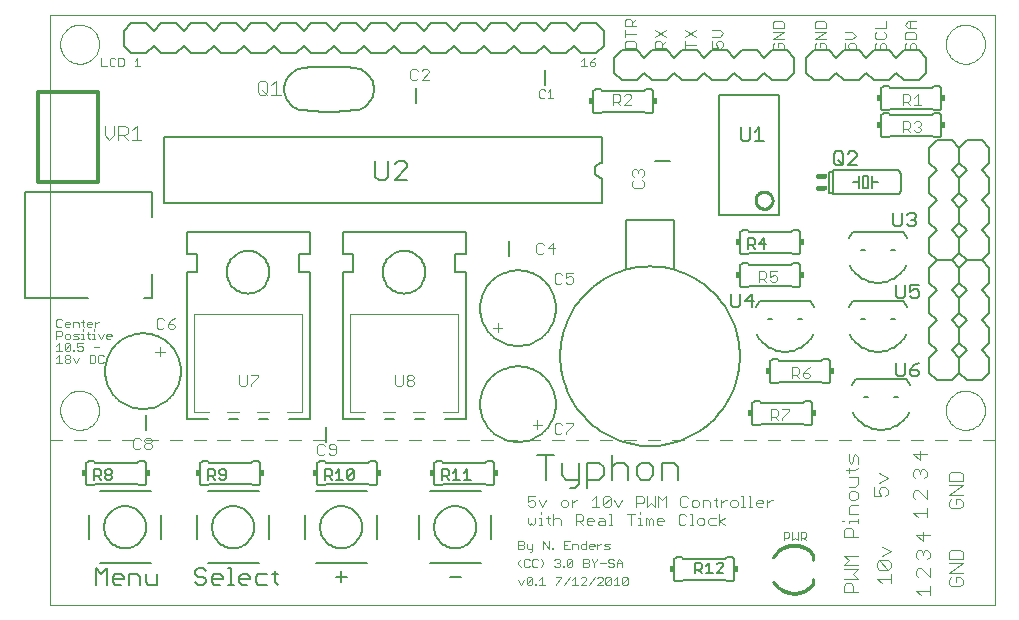
<source format=gto>
G75*
G70*
%OFA0B0*%
%FSLAX24Y24*%
%IPPOS*%
%LPD*%
%AMOC8*
5,1,8,0,0,1.08239X$1,22.5*
%
%ADD10C,0.0000*%
%ADD11C,0.0030*%
%ADD12C,0.0050*%
%ADD13C,0.0040*%
%ADD14C,0.0070*%
%ADD15C,0.0020*%
%ADD16C,0.0080*%
%ADD17C,0.0100*%
%ADD18C,0.0060*%
%ADD19R,0.0230X0.0160*%
%ADD20C,0.0160*%
%ADD21R,0.0150X0.0200*%
%ADD22C,0.0120*%
%ADD23C,0.0010*%
D10*
X002510Y000181D02*
X002510Y019866D01*
X034006Y019866D01*
X034006Y000181D01*
X002510Y000181D01*
X002510Y005693D02*
X002913Y005693D01*
X003307Y005693D02*
X003710Y005693D01*
X004104Y005693D02*
X004508Y005693D01*
X004901Y005693D02*
X005305Y005693D01*
X005699Y005693D02*
X006102Y005693D01*
X006496Y005693D02*
X006899Y005693D01*
X007293Y005693D02*
X007697Y005693D01*
X008090Y005693D02*
X008494Y005693D01*
X008888Y005693D02*
X009291Y005693D01*
X009685Y005693D02*
X010088Y005693D01*
X010482Y005693D02*
X010886Y005693D01*
X011279Y005693D02*
X011683Y005693D01*
X012077Y005693D02*
X012480Y005693D01*
X012874Y005693D02*
X013277Y005693D01*
X013671Y005693D02*
X014075Y005693D01*
X014468Y005693D02*
X014872Y005693D01*
X015266Y005693D02*
X015669Y005693D01*
X016063Y005693D02*
X016466Y005693D01*
X016860Y005693D02*
X017264Y005693D01*
X017657Y005693D02*
X018061Y005693D01*
X018454Y005693D02*
X018858Y005693D01*
X019252Y005693D02*
X019655Y005693D01*
X020049Y005693D02*
X020453Y005693D01*
X020846Y005693D02*
X021250Y005693D01*
X021643Y005693D02*
X022047Y005693D01*
X022441Y005693D02*
X022844Y005693D01*
X023238Y005693D02*
X023641Y005693D01*
X024035Y005693D02*
X024439Y005693D01*
X024832Y005693D02*
X025236Y005693D01*
X025630Y005693D02*
X026033Y005693D01*
X026427Y005693D02*
X026830Y005693D01*
X027224Y005693D02*
X027628Y005693D01*
X028021Y005693D02*
X028425Y005693D01*
X028819Y005693D02*
X029222Y005693D01*
X029616Y005693D02*
X030019Y005693D01*
X030413Y005693D02*
X030817Y005693D01*
X031210Y005693D02*
X031614Y005693D01*
X032008Y005693D02*
X032411Y005693D01*
X032805Y005693D02*
X033208Y005693D01*
X033602Y005693D02*
X034006Y005693D01*
X032371Y006677D02*
X032373Y006727D01*
X032379Y006777D01*
X032389Y006827D01*
X032402Y006875D01*
X032419Y006923D01*
X032440Y006969D01*
X032464Y007013D01*
X032492Y007055D01*
X032523Y007095D01*
X032557Y007132D01*
X032594Y007167D01*
X032633Y007198D01*
X032674Y007227D01*
X032718Y007252D01*
X032764Y007274D01*
X032811Y007292D01*
X032859Y007306D01*
X032908Y007317D01*
X032958Y007324D01*
X033008Y007327D01*
X033059Y007326D01*
X033109Y007321D01*
X033159Y007312D01*
X033207Y007300D01*
X033255Y007283D01*
X033301Y007263D01*
X033346Y007240D01*
X033389Y007213D01*
X033429Y007183D01*
X033467Y007150D01*
X033502Y007114D01*
X033535Y007075D01*
X033564Y007034D01*
X033590Y006991D01*
X033613Y006946D01*
X033632Y006899D01*
X033647Y006851D01*
X033659Y006802D01*
X033667Y006752D01*
X033671Y006702D01*
X033671Y006652D01*
X033667Y006602D01*
X033659Y006552D01*
X033647Y006503D01*
X033632Y006455D01*
X033613Y006408D01*
X033590Y006363D01*
X033564Y006320D01*
X033535Y006279D01*
X033502Y006240D01*
X033467Y006204D01*
X033429Y006171D01*
X033389Y006141D01*
X033346Y006114D01*
X033301Y006091D01*
X033255Y006071D01*
X033207Y006054D01*
X033159Y006042D01*
X033109Y006033D01*
X033059Y006028D01*
X033008Y006027D01*
X032958Y006030D01*
X032908Y006037D01*
X032859Y006048D01*
X032811Y006062D01*
X032764Y006080D01*
X032718Y006102D01*
X032674Y006127D01*
X032633Y006156D01*
X032594Y006187D01*
X032557Y006222D01*
X032523Y006259D01*
X032492Y006299D01*
X032464Y006341D01*
X032440Y006385D01*
X032419Y006431D01*
X032402Y006479D01*
X032389Y006527D01*
X032379Y006577D01*
X032373Y006627D01*
X032371Y006677D01*
X032371Y018882D02*
X032373Y018932D01*
X032379Y018982D01*
X032389Y019032D01*
X032402Y019080D01*
X032419Y019128D01*
X032440Y019174D01*
X032464Y019218D01*
X032492Y019260D01*
X032523Y019300D01*
X032557Y019337D01*
X032594Y019372D01*
X032633Y019403D01*
X032674Y019432D01*
X032718Y019457D01*
X032764Y019479D01*
X032811Y019497D01*
X032859Y019511D01*
X032908Y019522D01*
X032958Y019529D01*
X033008Y019532D01*
X033059Y019531D01*
X033109Y019526D01*
X033159Y019517D01*
X033207Y019505D01*
X033255Y019488D01*
X033301Y019468D01*
X033346Y019445D01*
X033389Y019418D01*
X033429Y019388D01*
X033467Y019355D01*
X033502Y019319D01*
X033535Y019280D01*
X033564Y019239D01*
X033590Y019196D01*
X033613Y019151D01*
X033632Y019104D01*
X033647Y019056D01*
X033659Y019007D01*
X033667Y018957D01*
X033671Y018907D01*
X033671Y018857D01*
X033667Y018807D01*
X033659Y018757D01*
X033647Y018708D01*
X033632Y018660D01*
X033613Y018613D01*
X033590Y018568D01*
X033564Y018525D01*
X033535Y018484D01*
X033502Y018445D01*
X033467Y018409D01*
X033429Y018376D01*
X033389Y018346D01*
X033346Y018319D01*
X033301Y018296D01*
X033255Y018276D01*
X033207Y018259D01*
X033159Y018247D01*
X033109Y018238D01*
X033059Y018233D01*
X033008Y018232D01*
X032958Y018235D01*
X032908Y018242D01*
X032859Y018253D01*
X032811Y018267D01*
X032764Y018285D01*
X032718Y018307D01*
X032674Y018332D01*
X032633Y018361D01*
X032594Y018392D01*
X032557Y018427D01*
X032523Y018464D01*
X032492Y018504D01*
X032464Y018546D01*
X032440Y018590D01*
X032419Y018636D01*
X032402Y018684D01*
X032389Y018732D01*
X032379Y018782D01*
X032373Y018832D01*
X032371Y018882D01*
X002844Y018882D02*
X002846Y018932D01*
X002852Y018982D01*
X002862Y019032D01*
X002875Y019080D01*
X002892Y019128D01*
X002913Y019174D01*
X002937Y019218D01*
X002965Y019260D01*
X002996Y019300D01*
X003030Y019337D01*
X003067Y019372D01*
X003106Y019403D01*
X003147Y019432D01*
X003191Y019457D01*
X003237Y019479D01*
X003284Y019497D01*
X003332Y019511D01*
X003381Y019522D01*
X003431Y019529D01*
X003481Y019532D01*
X003532Y019531D01*
X003582Y019526D01*
X003632Y019517D01*
X003680Y019505D01*
X003728Y019488D01*
X003774Y019468D01*
X003819Y019445D01*
X003862Y019418D01*
X003902Y019388D01*
X003940Y019355D01*
X003975Y019319D01*
X004008Y019280D01*
X004037Y019239D01*
X004063Y019196D01*
X004086Y019151D01*
X004105Y019104D01*
X004120Y019056D01*
X004132Y019007D01*
X004140Y018957D01*
X004144Y018907D01*
X004144Y018857D01*
X004140Y018807D01*
X004132Y018757D01*
X004120Y018708D01*
X004105Y018660D01*
X004086Y018613D01*
X004063Y018568D01*
X004037Y018525D01*
X004008Y018484D01*
X003975Y018445D01*
X003940Y018409D01*
X003902Y018376D01*
X003862Y018346D01*
X003819Y018319D01*
X003774Y018296D01*
X003728Y018276D01*
X003680Y018259D01*
X003632Y018247D01*
X003582Y018238D01*
X003532Y018233D01*
X003481Y018232D01*
X003431Y018235D01*
X003381Y018242D01*
X003332Y018253D01*
X003284Y018267D01*
X003237Y018285D01*
X003191Y018307D01*
X003147Y018332D01*
X003106Y018361D01*
X003067Y018392D01*
X003030Y018427D01*
X002996Y018464D01*
X002965Y018504D01*
X002937Y018546D01*
X002913Y018590D01*
X002892Y018636D01*
X002875Y018684D01*
X002862Y018732D01*
X002852Y018782D01*
X002846Y018832D01*
X002844Y018882D01*
X002844Y006677D02*
X002846Y006727D01*
X002852Y006777D01*
X002862Y006827D01*
X002875Y006875D01*
X002892Y006923D01*
X002913Y006969D01*
X002937Y007013D01*
X002965Y007055D01*
X002996Y007095D01*
X003030Y007132D01*
X003067Y007167D01*
X003106Y007198D01*
X003147Y007227D01*
X003191Y007252D01*
X003237Y007274D01*
X003284Y007292D01*
X003332Y007306D01*
X003381Y007317D01*
X003431Y007324D01*
X003481Y007327D01*
X003532Y007326D01*
X003582Y007321D01*
X003632Y007312D01*
X003680Y007300D01*
X003728Y007283D01*
X003774Y007263D01*
X003819Y007240D01*
X003862Y007213D01*
X003902Y007183D01*
X003940Y007150D01*
X003975Y007114D01*
X004008Y007075D01*
X004037Y007034D01*
X004063Y006991D01*
X004086Y006946D01*
X004105Y006899D01*
X004120Y006851D01*
X004132Y006802D01*
X004140Y006752D01*
X004144Y006702D01*
X004144Y006652D01*
X004140Y006602D01*
X004132Y006552D01*
X004120Y006503D01*
X004105Y006455D01*
X004086Y006408D01*
X004063Y006363D01*
X004037Y006320D01*
X004008Y006279D01*
X003975Y006240D01*
X003940Y006204D01*
X003902Y006171D01*
X003862Y006141D01*
X003819Y006114D01*
X003774Y006091D01*
X003728Y006071D01*
X003680Y006054D01*
X003632Y006042D01*
X003582Y006033D01*
X003532Y006028D01*
X003481Y006027D01*
X003431Y006030D01*
X003381Y006037D01*
X003332Y006048D01*
X003284Y006062D01*
X003237Y006080D01*
X003191Y006102D01*
X003147Y006127D01*
X003106Y006156D01*
X003067Y006187D01*
X003030Y006222D01*
X002996Y006259D01*
X002965Y006299D01*
X002937Y006341D01*
X002913Y006385D01*
X002892Y006431D01*
X002875Y006479D01*
X002862Y006527D01*
X002852Y006577D01*
X002846Y006627D01*
X002844Y006677D01*
D11*
X005288Y005705D02*
X005288Y005458D01*
X005350Y005396D01*
X005473Y005396D01*
X005535Y005458D01*
X005656Y005458D02*
X005656Y005520D01*
X005718Y005582D01*
X005841Y005582D01*
X005903Y005520D01*
X005903Y005458D01*
X005841Y005396D01*
X005718Y005396D01*
X005656Y005458D01*
X005718Y005582D02*
X005656Y005643D01*
X005656Y005705D01*
X005718Y005767D01*
X005841Y005767D01*
X005903Y005705D01*
X005903Y005643D01*
X005841Y005582D01*
X005535Y005705D02*
X005473Y005767D01*
X005350Y005767D01*
X005288Y005705D01*
X008825Y007558D02*
X008886Y007496D01*
X009010Y007496D01*
X009071Y007558D01*
X009071Y007867D01*
X009193Y007867D02*
X009440Y007867D01*
X009440Y007805D01*
X009193Y007558D01*
X009193Y007496D01*
X008825Y007558D02*
X008825Y007867D01*
X006677Y009439D02*
X006677Y009501D01*
X006615Y009563D01*
X006430Y009563D01*
X006430Y009439D01*
X006492Y009378D01*
X006615Y009378D01*
X006677Y009439D01*
X006553Y009686D02*
X006430Y009563D01*
X006308Y009686D02*
X006247Y009748D01*
X006123Y009748D01*
X006062Y009686D01*
X006062Y009439D01*
X006123Y009378D01*
X006247Y009378D01*
X006308Y009439D01*
X006553Y009686D02*
X006677Y009748D01*
X011425Y005505D02*
X011425Y005258D01*
X011486Y005196D01*
X011610Y005196D01*
X011671Y005258D01*
X011793Y005258D02*
X011855Y005196D01*
X011978Y005196D01*
X012040Y005258D01*
X012040Y005505D01*
X011978Y005567D01*
X011855Y005567D01*
X011793Y005505D01*
X011793Y005443D01*
X011855Y005382D01*
X012040Y005382D01*
X011671Y005505D02*
X011610Y005567D01*
X011486Y005567D01*
X011425Y005505D01*
X014025Y007558D02*
X014086Y007496D01*
X014210Y007496D01*
X014271Y007558D01*
X014271Y007867D01*
X014393Y007805D02*
X014393Y007743D01*
X014455Y007682D01*
X014578Y007682D01*
X014640Y007620D01*
X014640Y007558D01*
X014578Y007496D01*
X014455Y007496D01*
X014393Y007558D01*
X014393Y007620D01*
X014455Y007682D01*
X014578Y007682D02*
X014640Y007743D01*
X014640Y007805D01*
X014578Y007867D01*
X014455Y007867D01*
X014393Y007805D01*
X014025Y007867D02*
X014025Y007558D01*
X018430Y003822D02*
X018430Y003636D01*
X018554Y003698D01*
X018615Y003698D01*
X018677Y003636D01*
X018677Y003513D01*
X018615Y003451D01*
X018492Y003451D01*
X018430Y003513D01*
X018430Y003822D02*
X018677Y003822D01*
X018798Y003698D02*
X018922Y003451D01*
X019045Y003698D01*
X019535Y003636D02*
X019535Y003513D01*
X019597Y003451D01*
X019720Y003451D01*
X019782Y003513D01*
X019782Y003636D01*
X019720Y003698D01*
X019597Y003698D01*
X019535Y003636D01*
X019903Y003575D02*
X020027Y003698D01*
X020089Y003698D01*
X019903Y003698D02*
X019903Y003451D01*
X020026Y003222D02*
X020211Y003222D01*
X020273Y003160D01*
X020273Y003036D01*
X020211Y002975D01*
X020026Y002975D01*
X020150Y002975D02*
X020273Y002851D01*
X020394Y002913D02*
X020394Y003036D01*
X020456Y003098D01*
X020580Y003098D01*
X020641Y003036D01*
X020641Y002975D01*
X020394Y002975D01*
X020394Y002913D02*
X020456Y002851D01*
X020580Y002851D01*
X020763Y002913D02*
X020824Y002975D01*
X021010Y002975D01*
X021010Y003036D02*
X021010Y002851D01*
X020824Y002851D01*
X020763Y002913D01*
X020824Y003098D02*
X020948Y003098D01*
X021010Y003036D01*
X021131Y002851D02*
X021254Y002851D01*
X021193Y002851D02*
X021193Y003222D01*
X021131Y003222D01*
X021132Y003451D02*
X021009Y003451D01*
X020947Y003513D01*
X021194Y003760D01*
X021194Y003513D01*
X021132Y003451D01*
X020947Y003513D02*
X020947Y003760D01*
X021009Y003822D01*
X021132Y003822D01*
X021194Y003760D01*
X021315Y003698D02*
X021439Y003451D01*
X021562Y003698D01*
X022052Y003575D02*
X022237Y003575D01*
X022299Y003636D01*
X022299Y003760D01*
X022237Y003822D01*
X022052Y003822D01*
X022052Y003451D01*
X022175Y003283D02*
X022175Y003222D01*
X022175Y003098D02*
X022175Y002851D01*
X022113Y002851D02*
X022237Y002851D01*
X022359Y002851D02*
X022359Y003098D01*
X022420Y003098D01*
X022482Y003036D01*
X022544Y003098D01*
X022606Y003036D01*
X022606Y002851D01*
X022482Y002851D02*
X022482Y003036D01*
X022727Y003036D02*
X022727Y002913D01*
X022789Y002851D01*
X022912Y002851D01*
X022974Y002975D02*
X022727Y002975D01*
X022727Y003036D02*
X022789Y003098D01*
X022912Y003098D01*
X022974Y003036D01*
X022974Y002975D01*
X023464Y002913D02*
X023525Y002851D01*
X023649Y002851D01*
X023710Y002913D01*
X023832Y002851D02*
X023955Y002851D01*
X023894Y002851D02*
X023894Y003222D01*
X023832Y003222D01*
X023710Y003160D02*
X023649Y003222D01*
X023525Y003222D01*
X023464Y003160D01*
X023464Y002913D01*
X024077Y002913D02*
X024139Y002851D01*
X024263Y002851D01*
X024324Y002913D01*
X024324Y003036D01*
X024263Y003098D01*
X024139Y003098D01*
X024077Y003036D01*
X024077Y002913D01*
X024446Y002913D02*
X024446Y003036D01*
X024507Y003098D01*
X024693Y003098D01*
X024814Y002975D02*
X024999Y003098D01*
X024814Y002975D02*
X024999Y002851D01*
X024814Y002851D02*
X024814Y003222D01*
X024753Y003451D02*
X024692Y003513D01*
X024692Y003760D01*
X024753Y003698D02*
X024630Y003698D01*
X024509Y003636D02*
X024509Y003451D01*
X024509Y003636D02*
X024447Y003698D01*
X024262Y003698D01*
X024262Y003451D01*
X024140Y003513D02*
X024140Y003636D01*
X024079Y003698D01*
X023955Y003698D01*
X023893Y003636D01*
X023893Y003513D01*
X023955Y003451D01*
X024079Y003451D01*
X024140Y003513D01*
X023772Y003513D02*
X023710Y003451D01*
X023587Y003451D01*
X023525Y003513D01*
X023525Y003760D01*
X023587Y003822D01*
X023710Y003822D01*
X023772Y003760D01*
X023035Y003822D02*
X023035Y003451D01*
X022788Y003451D02*
X022788Y003822D01*
X022912Y003698D01*
X023035Y003822D01*
X022667Y003822D02*
X022667Y003451D01*
X022544Y003575D01*
X022420Y003451D01*
X022420Y003822D01*
X021992Y003222D02*
X021745Y003222D01*
X021868Y003222D02*
X021868Y002851D01*
X022113Y003098D02*
X022175Y003098D01*
X020825Y003451D02*
X020579Y003451D01*
X020702Y003451D02*
X020702Y003822D01*
X020579Y003698D01*
X020026Y003222D02*
X020026Y002851D01*
X019536Y002851D02*
X019536Y003036D01*
X019475Y003098D01*
X019351Y003098D01*
X019289Y003036D01*
X019167Y003098D02*
X019044Y003098D01*
X019106Y003160D02*
X019106Y002913D01*
X019167Y002851D01*
X019289Y002851D02*
X019289Y003222D01*
X018860Y003222D02*
X018860Y003283D01*
X018860Y003098D02*
X018860Y002851D01*
X018798Y002851D02*
X018922Y002851D01*
X018677Y002913D02*
X018677Y003098D01*
X018798Y003098D02*
X018860Y003098D01*
X018677Y002913D02*
X018615Y002851D01*
X018554Y002913D01*
X018492Y002851D01*
X018430Y002913D01*
X018430Y003098D01*
X024446Y002913D02*
X024507Y002851D01*
X024693Y002851D01*
X024875Y003451D02*
X024875Y003698D01*
X024875Y003575D02*
X024999Y003698D01*
X025061Y003698D01*
X025182Y003636D02*
X025182Y003513D01*
X025244Y003451D01*
X025368Y003451D01*
X025429Y003513D01*
X025429Y003636D01*
X025368Y003698D01*
X025244Y003698D01*
X025182Y003636D01*
X025551Y003451D02*
X025674Y003451D01*
X025612Y003451D02*
X025612Y003822D01*
X025551Y003822D01*
X025796Y003822D02*
X025858Y003822D01*
X025858Y003451D01*
X025796Y003451D02*
X025920Y003451D01*
X026042Y003513D02*
X026042Y003636D01*
X026103Y003698D01*
X026227Y003698D01*
X026289Y003636D01*
X026289Y003575D01*
X026042Y003575D01*
X026042Y003513D02*
X026103Y003451D01*
X026227Y003451D01*
X026410Y003451D02*
X026410Y003698D01*
X026410Y003575D02*
X026533Y003698D01*
X026595Y003698D01*
X026975Y002617D02*
X027110Y002617D01*
X027155Y002572D01*
X027155Y002481D01*
X027110Y002436D01*
X026975Y002436D01*
X026975Y002346D02*
X026975Y002617D01*
X027251Y002617D02*
X027251Y002346D01*
X027341Y002436D01*
X027431Y002346D01*
X027431Y002617D01*
X027527Y002617D02*
X027662Y002617D01*
X027707Y002572D01*
X027707Y002481D01*
X027662Y002436D01*
X027527Y002436D01*
X027527Y002346D02*
X027527Y002617D01*
X027617Y002436D02*
X027707Y002346D01*
X026906Y006346D02*
X026906Y006408D01*
X027153Y006655D01*
X027153Y006717D01*
X026906Y006717D01*
X026785Y006655D02*
X026785Y006532D01*
X026723Y006470D01*
X026538Y006470D01*
X026661Y006470D02*
X026785Y006346D01*
X026538Y006346D02*
X026538Y006717D01*
X026723Y006717D01*
X026785Y006655D01*
X027238Y007746D02*
X027238Y008117D01*
X027423Y008117D01*
X027485Y008055D01*
X027485Y007932D01*
X027423Y007870D01*
X027238Y007870D01*
X027361Y007870D02*
X027485Y007746D01*
X027606Y007808D02*
X027668Y007746D01*
X027791Y007746D01*
X027853Y007808D01*
X027853Y007870D01*
X027791Y007932D01*
X027606Y007932D01*
X027606Y007808D01*
X027606Y007932D02*
X027730Y008055D01*
X027853Y008117D01*
X026691Y010946D02*
X026568Y010946D01*
X026506Y011008D01*
X026506Y011132D02*
X026630Y011193D01*
X026691Y011193D01*
X026753Y011132D01*
X026753Y011008D01*
X026691Y010946D01*
X026506Y011132D02*
X026506Y011317D01*
X026753Y011317D01*
X026385Y011255D02*
X026385Y011132D01*
X026323Y011070D01*
X026138Y011070D01*
X026261Y011070D02*
X026385Y010946D01*
X026138Y010946D02*
X026138Y011317D01*
X026323Y011317D01*
X026385Y011255D01*
X022295Y014158D02*
X022233Y014096D01*
X021986Y014096D01*
X021924Y014158D01*
X021924Y014282D01*
X021986Y014343D01*
X021986Y014465D02*
X021924Y014526D01*
X021924Y014650D01*
X021986Y014712D01*
X022048Y014712D01*
X022109Y014650D01*
X022171Y014712D01*
X022233Y014712D01*
X022295Y014650D01*
X022295Y014526D01*
X022233Y014465D01*
X022233Y014343D02*
X022295Y014282D01*
X022295Y014158D01*
X022109Y014588D02*
X022109Y014650D01*
X021890Y016846D02*
X021643Y016846D01*
X021890Y017093D01*
X021890Y017155D01*
X021828Y017217D01*
X021705Y017217D01*
X021643Y017155D01*
X021521Y017155D02*
X021521Y017032D01*
X021460Y016970D01*
X021275Y016970D01*
X021398Y016970D02*
X021521Y016846D01*
X021275Y016846D02*
X021275Y017217D01*
X021460Y017217D01*
X021521Y017155D01*
X021663Y018741D02*
X021663Y018926D01*
X021724Y018988D01*
X021971Y018988D01*
X022033Y018926D01*
X022033Y018741D01*
X021663Y018741D01*
X021663Y019110D02*
X021663Y019356D01*
X021663Y019478D02*
X021663Y019663D01*
X021724Y019725D01*
X021848Y019725D01*
X021909Y019663D01*
X021909Y019478D01*
X021909Y019601D02*
X022033Y019725D01*
X022033Y019478D02*
X021663Y019478D01*
X021663Y019233D02*
X022033Y019233D01*
X022663Y019110D02*
X023033Y019356D01*
X023033Y019110D02*
X022663Y019356D01*
X022724Y018988D02*
X022848Y018988D01*
X022909Y018926D01*
X022909Y018741D01*
X022909Y018865D02*
X023033Y018988D01*
X023033Y018741D02*
X022663Y018741D01*
X022663Y018926D01*
X022724Y018988D01*
X023663Y018988D02*
X023663Y018741D01*
X023663Y018865D02*
X024033Y018865D01*
X024579Y018750D02*
X024579Y018997D01*
X024579Y019118D02*
X024826Y019118D01*
X024950Y019241D01*
X024826Y019365D01*
X024579Y019365D01*
X024033Y019356D02*
X023663Y019110D01*
X023663Y019356D02*
X024033Y019110D01*
X024579Y018750D02*
X024765Y018750D01*
X024703Y018873D01*
X024703Y018935D01*
X024765Y018997D01*
X024888Y018997D01*
X024950Y018935D01*
X024950Y018811D01*
X024888Y018750D01*
X026592Y018738D02*
X026654Y018676D01*
X026900Y018676D01*
X026962Y018738D01*
X026962Y018861D01*
X026900Y018923D01*
X026777Y018923D01*
X026777Y018800D01*
X026654Y018923D02*
X026592Y018861D01*
X026592Y018738D01*
X026592Y019045D02*
X026962Y019291D01*
X026592Y019291D01*
X026592Y019413D02*
X026592Y019598D01*
X026654Y019660D01*
X026900Y019660D01*
X026962Y019598D01*
X026962Y019413D01*
X026592Y019413D01*
X026592Y019045D02*
X026962Y019045D01*
X027992Y019045D02*
X028362Y019291D01*
X027992Y019291D01*
X027992Y019413D02*
X027992Y019598D01*
X028054Y019660D01*
X028300Y019660D01*
X028362Y019598D01*
X028362Y019413D01*
X027992Y019413D01*
X027992Y019045D02*
X028362Y019045D01*
X028300Y018923D02*
X028177Y018923D01*
X028177Y018800D01*
X028300Y018923D02*
X028362Y018861D01*
X028362Y018738D01*
X028300Y018676D01*
X028054Y018676D01*
X027992Y018738D01*
X027992Y018861D01*
X028054Y018923D01*
X028992Y018923D02*
X028992Y018676D01*
X029177Y018676D01*
X029115Y018800D01*
X029115Y018861D01*
X029177Y018923D01*
X029300Y018923D01*
X029362Y018861D01*
X029362Y018738D01*
X029300Y018676D01*
X029239Y019045D02*
X028992Y019045D01*
X028992Y019291D02*
X029239Y019291D01*
X029362Y019168D01*
X029239Y019045D01*
X029992Y019106D02*
X030054Y019045D01*
X030300Y019045D01*
X030362Y019106D01*
X030362Y019230D01*
X030300Y019291D01*
X030362Y019413D02*
X029992Y019413D01*
X030054Y019291D02*
X029992Y019230D01*
X029992Y019106D01*
X030054Y018923D02*
X029992Y018861D01*
X029992Y018738D01*
X030054Y018676D01*
X030115Y018676D01*
X030177Y018738D01*
X030177Y018861D01*
X030239Y018923D01*
X030300Y018923D01*
X030362Y018861D01*
X030362Y018738D01*
X030300Y018676D01*
X030992Y018738D02*
X031054Y018676D01*
X031115Y018676D01*
X031177Y018738D01*
X031177Y018861D01*
X031239Y018923D01*
X031300Y018923D01*
X031362Y018861D01*
X031362Y018738D01*
X031300Y018676D01*
X030992Y018738D02*
X030992Y018861D01*
X031054Y018923D01*
X030992Y019045D02*
X030992Y019230D01*
X031054Y019291D01*
X031300Y019291D01*
X031362Y019230D01*
X031362Y019045D01*
X030992Y019045D01*
X031115Y019413D02*
X030992Y019536D01*
X031115Y019660D01*
X031362Y019660D01*
X031177Y019660D02*
X031177Y019413D01*
X031115Y019413D02*
X031362Y019413D01*
X030362Y019413D02*
X030362Y019660D01*
X030938Y017217D02*
X031123Y017217D01*
X031185Y017155D01*
X031185Y017032D01*
X031123Y016970D01*
X030938Y016970D01*
X031061Y016970D02*
X031185Y016846D01*
X031306Y016846D02*
X031553Y016846D01*
X031430Y016846D02*
X031430Y017217D01*
X031306Y017093D01*
X030938Y017217D02*
X030938Y016846D01*
X030938Y016317D02*
X031123Y016317D01*
X031185Y016255D01*
X031185Y016132D01*
X031123Y016070D01*
X030938Y016070D01*
X031061Y016070D02*
X031185Y015946D01*
X031306Y016008D02*
X031368Y015946D01*
X031491Y015946D01*
X031553Y016008D01*
X031553Y016070D01*
X031491Y016132D01*
X031430Y016132D01*
X031491Y016132D02*
X031553Y016193D01*
X031553Y016255D01*
X031491Y016317D01*
X031368Y016317D01*
X031306Y016255D01*
X030938Y016317D02*
X030938Y015946D01*
X019340Y012082D02*
X019093Y012082D01*
X019278Y012267D01*
X019278Y011896D01*
X018971Y011958D02*
X018910Y011896D01*
X018786Y011896D01*
X018725Y011958D01*
X018725Y012205D01*
X018786Y012267D01*
X018910Y012267D01*
X018971Y012205D01*
X015140Y017696D02*
X014893Y017696D01*
X015140Y017943D01*
X015140Y018005D01*
X015078Y018067D01*
X014955Y018067D01*
X014893Y018005D01*
X014771Y018005D02*
X014710Y018067D01*
X014586Y018067D01*
X014525Y018005D01*
X014525Y017758D01*
X014586Y017696D01*
X014710Y017696D01*
X014771Y017758D01*
D12*
X021722Y013009D02*
X023297Y013009D01*
X023297Y011395D01*
X021722Y011395D02*
X021722Y013009D01*
X025785Y012407D02*
X025785Y012066D01*
X025785Y012180D02*
X025955Y012180D01*
X026011Y012237D01*
X026011Y012350D01*
X025955Y012407D01*
X025785Y012407D01*
X025898Y012180D02*
X026011Y012066D01*
X026144Y012237D02*
X026371Y012237D01*
X026314Y012407D02*
X026144Y012237D01*
X026314Y012407D02*
X026314Y012066D01*
X025899Y010557D02*
X025674Y010332D01*
X025974Y010332D01*
X026185Y010331D02*
X027834Y010331D01*
X027562Y009731D02*
X027457Y009731D01*
X026185Y010331D02*
X026148Y010281D01*
X026114Y010229D01*
X026083Y010175D01*
X026056Y010119D01*
X025899Y010106D02*
X025899Y010557D01*
X025514Y010557D02*
X025514Y010181D01*
X025439Y010106D01*
X025289Y010106D01*
X025214Y010181D01*
X025214Y010557D01*
X026457Y009731D02*
X026562Y009731D01*
X027835Y010331D02*
X027870Y010283D01*
X027903Y010233D01*
X027933Y010182D01*
X027960Y010128D01*
X027960Y009234D02*
X027931Y009177D01*
X027898Y009121D01*
X027863Y009068D01*
X027823Y009017D01*
X027781Y008969D01*
X027736Y008923D01*
X027689Y008880D01*
X027639Y008840D01*
X027586Y008803D01*
X027531Y008770D01*
X027475Y008739D01*
X027416Y008713D01*
X027356Y008690D01*
X027295Y008670D01*
X027233Y008655D01*
X027170Y008643D01*
X027106Y008635D01*
X027042Y008631D01*
X026978Y008631D01*
X026914Y008635D01*
X026850Y008643D01*
X026787Y008655D01*
X026725Y008670D01*
X026664Y008690D01*
X026604Y008713D01*
X026545Y008739D01*
X026489Y008770D01*
X026434Y008803D01*
X026381Y008840D01*
X026331Y008880D01*
X026284Y008923D01*
X026239Y008969D01*
X026197Y009017D01*
X026157Y009068D01*
X026122Y009121D01*
X026089Y009177D01*
X026060Y009234D01*
X029285Y010331D02*
X030934Y010331D01*
X030939Y010406D02*
X031014Y010481D01*
X031014Y010857D01*
X031174Y010857D02*
X031174Y010632D01*
X031324Y010707D01*
X031399Y010707D01*
X031474Y010632D01*
X031474Y010481D01*
X031399Y010406D01*
X031249Y010406D01*
X031174Y010481D01*
X030939Y010406D02*
X030789Y010406D01*
X030714Y010481D01*
X030714Y010857D01*
X031174Y010857D02*
X031474Y010857D01*
X030662Y009731D02*
X030557Y009731D01*
X029285Y010331D02*
X029248Y010281D01*
X029214Y010229D01*
X029183Y010175D01*
X029156Y010119D01*
X029557Y009731D02*
X029662Y009731D01*
X030935Y010331D02*
X030970Y010283D01*
X031003Y010233D01*
X031033Y010182D01*
X031060Y010128D01*
X031060Y009234D02*
X031031Y009177D01*
X030998Y009121D01*
X030963Y009068D01*
X030923Y009017D01*
X030881Y008969D01*
X030836Y008923D01*
X030789Y008880D01*
X030739Y008840D01*
X030686Y008803D01*
X030631Y008770D01*
X030575Y008739D01*
X030516Y008713D01*
X030456Y008690D01*
X030395Y008670D01*
X030333Y008655D01*
X030270Y008643D01*
X030206Y008635D01*
X030142Y008631D01*
X030078Y008631D01*
X030014Y008635D01*
X029950Y008643D01*
X029887Y008655D01*
X029825Y008670D01*
X029764Y008690D01*
X029704Y008713D01*
X029645Y008739D01*
X029589Y008770D01*
X029534Y008803D01*
X029481Y008840D01*
X029431Y008880D01*
X029384Y008923D01*
X029339Y008969D01*
X029297Y009017D01*
X029257Y009068D01*
X029222Y009121D01*
X029189Y009177D01*
X029160Y009234D01*
X030714Y008257D02*
X030714Y007881D01*
X030789Y007806D01*
X030939Y007806D01*
X031014Y007881D01*
X031014Y008257D01*
X031174Y008032D02*
X031324Y008182D01*
X031474Y008257D01*
X031399Y008032D02*
X031174Y008032D01*
X031174Y007881D01*
X031249Y007806D01*
X031399Y007806D01*
X031474Y007881D01*
X031474Y007957D01*
X031399Y008032D01*
X031034Y007731D02*
X029385Y007731D01*
X029657Y007131D02*
X029762Y007131D01*
X029256Y007519D02*
X029283Y007575D01*
X029314Y007629D01*
X029348Y007681D01*
X029385Y007731D01*
X029260Y006634D02*
X029289Y006577D01*
X029322Y006521D01*
X029357Y006468D01*
X029397Y006417D01*
X029439Y006369D01*
X029484Y006323D01*
X029531Y006280D01*
X029581Y006240D01*
X029634Y006203D01*
X029689Y006170D01*
X029745Y006139D01*
X029804Y006113D01*
X029864Y006090D01*
X029925Y006070D01*
X029987Y006055D01*
X030050Y006043D01*
X030114Y006035D01*
X030178Y006031D01*
X030242Y006031D01*
X030306Y006035D01*
X030370Y006043D01*
X030433Y006055D01*
X030495Y006070D01*
X030556Y006090D01*
X030616Y006113D01*
X030675Y006139D01*
X030731Y006170D01*
X030786Y006203D01*
X030839Y006240D01*
X030889Y006280D01*
X030936Y006323D01*
X030981Y006369D01*
X031023Y006417D01*
X031063Y006468D01*
X031098Y006521D01*
X031131Y006577D01*
X031160Y006634D01*
X030762Y007131D02*
X030657Y007131D01*
X031160Y007528D02*
X031133Y007582D01*
X031103Y007633D01*
X031070Y007683D01*
X031035Y007731D01*
X030662Y012031D02*
X030557Y012031D01*
X029285Y012631D02*
X029248Y012581D01*
X029214Y012529D01*
X029183Y012475D01*
X029156Y012419D01*
X029285Y012631D02*
X030934Y012631D01*
X030839Y012806D02*
X030914Y012881D01*
X030914Y013257D01*
X031074Y013182D02*
X031149Y013257D01*
X031299Y013257D01*
X031374Y013182D01*
X031374Y013107D01*
X031299Y013032D01*
X031374Y012957D01*
X031374Y012881D01*
X031299Y012806D01*
X031149Y012806D01*
X031074Y012881D01*
X031224Y013032D02*
X031299Y013032D01*
X030839Y012806D02*
X030689Y012806D01*
X030614Y012881D01*
X030614Y013257D01*
X031060Y011534D02*
X031031Y011477D01*
X030998Y011421D01*
X030963Y011368D01*
X030923Y011317D01*
X030881Y011269D01*
X030836Y011223D01*
X030789Y011180D01*
X030739Y011140D01*
X030686Y011103D01*
X030631Y011070D01*
X030575Y011039D01*
X030516Y011013D01*
X030456Y010990D01*
X030395Y010970D01*
X030333Y010955D01*
X030270Y010943D01*
X030206Y010935D01*
X030142Y010931D01*
X030078Y010931D01*
X030014Y010935D01*
X029950Y010943D01*
X029887Y010955D01*
X029825Y010970D01*
X029764Y010990D01*
X029704Y011013D01*
X029645Y011039D01*
X029589Y011070D01*
X029534Y011103D01*
X029481Y011140D01*
X029431Y011180D01*
X029384Y011223D01*
X029339Y011269D01*
X029297Y011317D01*
X029257Y011368D01*
X029222Y011421D01*
X029189Y011477D01*
X029160Y011534D01*
X029557Y012031D02*
X029662Y012031D01*
X030935Y012631D02*
X030970Y012583D01*
X031003Y012533D01*
X031033Y012482D01*
X031060Y012428D01*
X029395Y014856D02*
X029095Y014856D01*
X029395Y015157D01*
X029395Y015232D01*
X029320Y015307D01*
X029170Y015307D01*
X029095Y015232D01*
X028935Y015232D02*
X028935Y014931D01*
X028860Y014856D01*
X028710Y014856D01*
X028635Y014931D01*
X028635Y015232D01*
X028710Y015307D01*
X028860Y015307D01*
X028935Y015232D01*
X028785Y015007D02*
X028935Y014856D01*
X026295Y015656D02*
X025995Y015656D01*
X026145Y015656D02*
X026145Y016107D01*
X025995Y015957D01*
X025835Y016107D02*
X025835Y015731D01*
X025760Y015656D01*
X025610Y015656D01*
X025535Y015731D01*
X025535Y016107D01*
X016850Y010081D02*
X016852Y010152D01*
X016858Y010222D01*
X016868Y010292D01*
X016882Y010361D01*
X016899Y010430D01*
X016921Y010497D01*
X016946Y010563D01*
X016975Y010628D01*
X017007Y010690D01*
X017043Y010751D01*
X017082Y010810D01*
X017125Y010867D01*
X017170Y010921D01*
X017219Y010972D01*
X017270Y011021D01*
X017324Y011066D01*
X017381Y011109D01*
X017440Y011148D01*
X017501Y011184D01*
X017563Y011216D01*
X017628Y011245D01*
X017694Y011270D01*
X017761Y011292D01*
X017830Y011309D01*
X017899Y011323D01*
X017969Y011333D01*
X018039Y011339D01*
X018110Y011341D01*
X018181Y011339D01*
X018251Y011333D01*
X018321Y011323D01*
X018390Y011309D01*
X018459Y011292D01*
X018526Y011270D01*
X018592Y011245D01*
X018657Y011216D01*
X018719Y011184D01*
X018780Y011148D01*
X018839Y011109D01*
X018896Y011066D01*
X018950Y011021D01*
X019001Y010972D01*
X019050Y010921D01*
X019095Y010867D01*
X019138Y010810D01*
X019177Y010751D01*
X019213Y010690D01*
X019245Y010628D01*
X019274Y010563D01*
X019299Y010497D01*
X019321Y010430D01*
X019338Y010361D01*
X019352Y010292D01*
X019362Y010222D01*
X019368Y010152D01*
X019370Y010081D01*
X019368Y010010D01*
X019362Y009940D01*
X019352Y009870D01*
X019338Y009801D01*
X019321Y009732D01*
X019299Y009665D01*
X019274Y009599D01*
X019245Y009534D01*
X019213Y009472D01*
X019177Y009411D01*
X019138Y009352D01*
X019095Y009295D01*
X019050Y009241D01*
X019001Y009190D01*
X018950Y009141D01*
X018896Y009096D01*
X018839Y009053D01*
X018780Y009014D01*
X018719Y008978D01*
X018657Y008946D01*
X018592Y008917D01*
X018526Y008892D01*
X018459Y008870D01*
X018390Y008853D01*
X018321Y008839D01*
X018251Y008829D01*
X018181Y008823D01*
X018110Y008821D01*
X018039Y008823D01*
X017969Y008829D01*
X017899Y008839D01*
X017830Y008853D01*
X017761Y008870D01*
X017694Y008892D01*
X017628Y008917D01*
X017563Y008946D01*
X017501Y008978D01*
X017440Y009014D01*
X017381Y009053D01*
X017324Y009096D01*
X017270Y009141D01*
X017219Y009190D01*
X017170Y009241D01*
X017125Y009295D01*
X017082Y009352D01*
X017043Y009411D01*
X017007Y009472D01*
X016975Y009534D01*
X016946Y009599D01*
X016921Y009665D01*
X016899Y009732D01*
X016882Y009801D01*
X016868Y009870D01*
X016858Y009940D01*
X016852Y010010D01*
X016850Y010081D01*
X016850Y006881D02*
X016852Y006952D01*
X016858Y007022D01*
X016868Y007092D01*
X016882Y007161D01*
X016899Y007230D01*
X016921Y007297D01*
X016946Y007363D01*
X016975Y007428D01*
X017007Y007490D01*
X017043Y007551D01*
X017082Y007610D01*
X017125Y007667D01*
X017170Y007721D01*
X017219Y007772D01*
X017270Y007821D01*
X017324Y007866D01*
X017381Y007909D01*
X017440Y007948D01*
X017501Y007984D01*
X017563Y008016D01*
X017628Y008045D01*
X017694Y008070D01*
X017761Y008092D01*
X017830Y008109D01*
X017899Y008123D01*
X017969Y008133D01*
X018039Y008139D01*
X018110Y008141D01*
X018181Y008139D01*
X018251Y008133D01*
X018321Y008123D01*
X018390Y008109D01*
X018459Y008092D01*
X018526Y008070D01*
X018592Y008045D01*
X018657Y008016D01*
X018719Y007984D01*
X018780Y007948D01*
X018839Y007909D01*
X018896Y007866D01*
X018950Y007821D01*
X019001Y007772D01*
X019050Y007721D01*
X019095Y007667D01*
X019138Y007610D01*
X019177Y007551D01*
X019213Y007490D01*
X019245Y007428D01*
X019274Y007363D01*
X019299Y007297D01*
X019321Y007230D01*
X019338Y007161D01*
X019352Y007092D01*
X019362Y007022D01*
X019368Y006952D01*
X019370Y006881D01*
X019368Y006810D01*
X019362Y006740D01*
X019352Y006670D01*
X019338Y006601D01*
X019321Y006532D01*
X019299Y006465D01*
X019274Y006399D01*
X019245Y006334D01*
X019213Y006272D01*
X019177Y006211D01*
X019138Y006152D01*
X019095Y006095D01*
X019050Y006041D01*
X019001Y005990D01*
X018950Y005941D01*
X018896Y005896D01*
X018839Y005853D01*
X018780Y005814D01*
X018719Y005778D01*
X018657Y005746D01*
X018592Y005717D01*
X018526Y005692D01*
X018459Y005670D01*
X018390Y005653D01*
X018321Y005639D01*
X018251Y005629D01*
X018181Y005623D01*
X018110Y005621D01*
X018039Y005623D01*
X017969Y005629D01*
X017899Y005639D01*
X017830Y005653D01*
X017761Y005670D01*
X017694Y005692D01*
X017628Y005717D01*
X017563Y005746D01*
X017501Y005778D01*
X017440Y005814D01*
X017381Y005853D01*
X017324Y005896D01*
X017270Y005941D01*
X017219Y005990D01*
X017170Y006041D01*
X017125Y006095D01*
X017082Y006152D01*
X017043Y006211D01*
X017007Y006272D01*
X016975Y006334D01*
X016946Y006399D01*
X016921Y006465D01*
X016899Y006532D01*
X016882Y006601D01*
X016868Y006670D01*
X016858Y006740D01*
X016852Y006810D01*
X016850Y006881D01*
X016416Y004707D02*
X016416Y004366D01*
X016303Y004366D02*
X016530Y004366D01*
X016303Y004593D02*
X016416Y004707D01*
X016057Y004707D02*
X015944Y004593D01*
X015811Y004537D02*
X015755Y004480D01*
X015585Y004480D01*
X015698Y004480D02*
X015811Y004366D01*
X015944Y004366D02*
X016171Y004366D01*
X016057Y004366D02*
X016057Y004707D01*
X015811Y004650D02*
X015811Y004537D01*
X015811Y004650D02*
X015755Y004707D01*
X015585Y004707D01*
X015585Y004366D01*
X012630Y004423D02*
X012573Y004366D01*
X012459Y004366D01*
X012403Y004423D01*
X012630Y004650D01*
X012630Y004423D01*
X012403Y004423D02*
X012403Y004650D01*
X012459Y004707D01*
X012573Y004707D01*
X012630Y004650D01*
X012157Y004707D02*
X012044Y004593D01*
X011911Y004650D02*
X011911Y004537D01*
X011855Y004480D01*
X011685Y004480D01*
X011798Y004480D02*
X011911Y004366D01*
X012044Y004366D02*
X012271Y004366D01*
X012157Y004366D02*
X012157Y004707D01*
X011911Y004650D02*
X011855Y004707D01*
X011685Y004707D01*
X011685Y004366D01*
X008371Y004423D02*
X008371Y004650D01*
X008314Y004707D01*
X008200Y004707D01*
X008144Y004650D01*
X008144Y004593D01*
X008200Y004537D01*
X008371Y004537D01*
X008371Y004423D02*
X008314Y004366D01*
X008200Y004366D01*
X008144Y004423D01*
X008011Y004366D02*
X007898Y004480D01*
X007955Y004480D02*
X007785Y004480D01*
X007785Y004366D02*
X007785Y004707D01*
X007955Y004707D01*
X008011Y004650D01*
X008011Y004537D01*
X007955Y004480D01*
X004571Y004480D02*
X004571Y004423D01*
X004514Y004366D01*
X004400Y004366D01*
X004344Y004423D01*
X004344Y004480D01*
X004400Y004537D01*
X004514Y004537D01*
X004571Y004480D01*
X004514Y004537D02*
X004571Y004593D01*
X004571Y004650D01*
X004514Y004707D01*
X004400Y004707D01*
X004344Y004650D01*
X004344Y004593D01*
X004400Y004537D01*
X004211Y004537D02*
X004155Y004480D01*
X003985Y004480D01*
X004098Y004480D02*
X004211Y004366D01*
X004211Y004537D02*
X004211Y004650D01*
X004155Y004707D01*
X003985Y004707D01*
X003985Y004366D01*
X004040Y001412D02*
X004224Y001228D01*
X004407Y001412D01*
X004407Y000861D01*
X004593Y000953D02*
X004593Y001136D01*
X004684Y001228D01*
X004868Y001228D01*
X004960Y001136D01*
X004960Y001045D01*
X004593Y001045D01*
X004593Y000953D02*
X004684Y000861D01*
X004868Y000861D01*
X005145Y000861D02*
X005145Y001228D01*
X005420Y001228D01*
X005512Y001136D01*
X005512Y000861D01*
X005697Y000953D02*
X005789Y000861D01*
X006064Y000861D01*
X006064Y001228D01*
X005697Y001228D02*
X005697Y000953D01*
X007340Y000953D02*
X007432Y000861D01*
X007615Y000861D01*
X007707Y000953D01*
X007707Y001045D01*
X007615Y001136D01*
X007432Y001136D01*
X007340Y001228D01*
X007340Y001320D01*
X007432Y001412D01*
X007615Y001412D01*
X007707Y001320D01*
X007893Y001136D02*
X007984Y001228D01*
X008168Y001228D01*
X008260Y001136D01*
X008260Y001045D01*
X007893Y001045D01*
X007893Y001136D02*
X007893Y000953D01*
X007984Y000861D01*
X008168Y000861D01*
X008445Y000861D02*
X008629Y000861D01*
X008537Y000861D02*
X008537Y001412D01*
X008445Y001412D01*
X008813Y001136D02*
X008905Y001228D01*
X009089Y001228D01*
X009180Y001136D01*
X009180Y001045D01*
X008813Y001045D01*
X008813Y001136D02*
X008813Y000953D01*
X008905Y000861D01*
X009089Y000861D01*
X009366Y000953D02*
X009366Y001136D01*
X009458Y001228D01*
X009733Y001228D01*
X009918Y001228D02*
X010102Y001228D01*
X010010Y001320D02*
X010010Y000953D01*
X010102Y000861D01*
X009733Y000861D02*
X009458Y000861D01*
X009366Y000953D01*
X012040Y001136D02*
X012407Y001136D01*
X012224Y000953D02*
X012224Y001320D01*
X015840Y001136D02*
X016207Y001136D01*
X024007Y001256D02*
X024007Y001597D01*
X024177Y001597D01*
X024234Y001540D01*
X024234Y001427D01*
X024177Y001370D01*
X024007Y001370D01*
X024121Y001370D02*
X024234Y001256D01*
X024366Y001256D02*
X024593Y001256D01*
X024480Y001256D02*
X024480Y001597D01*
X024366Y001483D01*
X024726Y001540D02*
X024782Y001597D01*
X024896Y001597D01*
X024952Y001540D01*
X024952Y001483D01*
X024726Y001256D01*
X024952Y001256D01*
X019518Y008481D02*
X019522Y008628D01*
X019532Y008774D01*
X019550Y008920D01*
X019575Y009065D01*
X019608Y009208D01*
X019647Y009350D01*
X019693Y009489D01*
X019746Y009626D01*
X019805Y009760D01*
X019871Y009891D01*
X019944Y010019D01*
X020022Y010143D01*
X020107Y010263D01*
X020197Y010379D01*
X020293Y010490D01*
X020394Y010597D01*
X020501Y010698D01*
X020612Y010794D01*
X020728Y010884D01*
X020848Y010969D01*
X020972Y011047D01*
X021100Y011120D01*
X021231Y011186D01*
X021365Y011245D01*
X021502Y011298D01*
X021641Y011344D01*
X021783Y011383D01*
X021926Y011416D01*
X022071Y011441D01*
X022217Y011459D01*
X022363Y011469D01*
X022510Y011473D01*
X022657Y011469D01*
X022803Y011459D01*
X022949Y011441D01*
X023094Y011416D01*
X023237Y011383D01*
X023379Y011344D01*
X023518Y011298D01*
X023655Y011245D01*
X023789Y011186D01*
X023920Y011120D01*
X024048Y011047D01*
X024172Y010969D01*
X024292Y010884D01*
X024408Y010794D01*
X024519Y010698D01*
X024626Y010597D01*
X024727Y010490D01*
X024823Y010379D01*
X024913Y010263D01*
X024998Y010143D01*
X025076Y010019D01*
X025149Y009891D01*
X025215Y009760D01*
X025274Y009626D01*
X025327Y009489D01*
X025373Y009350D01*
X025412Y009208D01*
X025445Y009065D01*
X025470Y008920D01*
X025488Y008774D01*
X025498Y008628D01*
X025502Y008481D01*
X025498Y008334D01*
X025488Y008188D01*
X025470Y008042D01*
X025445Y007897D01*
X025412Y007754D01*
X025373Y007612D01*
X025327Y007473D01*
X025274Y007336D01*
X025215Y007202D01*
X025149Y007071D01*
X025076Y006943D01*
X024998Y006819D01*
X024913Y006699D01*
X024823Y006583D01*
X024727Y006472D01*
X024626Y006365D01*
X024519Y006264D01*
X024408Y006168D01*
X024292Y006078D01*
X024172Y005993D01*
X024048Y005915D01*
X023920Y005842D01*
X023789Y005776D01*
X023655Y005717D01*
X023518Y005664D01*
X023379Y005618D01*
X023237Y005579D01*
X023094Y005546D01*
X022949Y005521D01*
X022803Y005503D01*
X022657Y005493D01*
X022510Y005489D01*
X022363Y005493D01*
X022217Y005503D01*
X022071Y005521D01*
X021926Y005546D01*
X021783Y005579D01*
X021641Y005618D01*
X021502Y005664D01*
X021365Y005717D01*
X021231Y005776D01*
X021100Y005842D01*
X020972Y005915D01*
X020848Y005993D01*
X020728Y006078D01*
X020612Y006168D01*
X020501Y006264D01*
X020394Y006365D01*
X020293Y006472D01*
X020197Y006583D01*
X020107Y006699D01*
X020022Y006819D01*
X019944Y006943D01*
X019871Y007071D01*
X019805Y007202D01*
X019746Y007336D01*
X019693Y007473D01*
X019647Y007612D01*
X019608Y007754D01*
X019575Y007897D01*
X019550Y008042D01*
X019532Y008188D01*
X019522Y008334D01*
X019518Y008481D01*
X004350Y007981D02*
X004352Y008052D01*
X004358Y008122D01*
X004368Y008192D01*
X004382Y008261D01*
X004399Y008330D01*
X004421Y008397D01*
X004446Y008463D01*
X004475Y008528D01*
X004507Y008590D01*
X004543Y008651D01*
X004582Y008710D01*
X004625Y008767D01*
X004670Y008821D01*
X004719Y008872D01*
X004770Y008921D01*
X004824Y008966D01*
X004881Y009009D01*
X004940Y009048D01*
X005001Y009084D01*
X005063Y009116D01*
X005128Y009145D01*
X005194Y009170D01*
X005261Y009192D01*
X005330Y009209D01*
X005399Y009223D01*
X005469Y009233D01*
X005539Y009239D01*
X005610Y009241D01*
X005681Y009239D01*
X005751Y009233D01*
X005821Y009223D01*
X005890Y009209D01*
X005959Y009192D01*
X006026Y009170D01*
X006092Y009145D01*
X006157Y009116D01*
X006219Y009084D01*
X006280Y009048D01*
X006339Y009009D01*
X006396Y008966D01*
X006450Y008921D01*
X006501Y008872D01*
X006550Y008821D01*
X006595Y008767D01*
X006638Y008710D01*
X006677Y008651D01*
X006713Y008590D01*
X006745Y008528D01*
X006774Y008463D01*
X006799Y008397D01*
X006821Y008330D01*
X006838Y008261D01*
X006852Y008192D01*
X006862Y008122D01*
X006868Y008052D01*
X006870Y007981D01*
X006868Y007910D01*
X006862Y007840D01*
X006852Y007770D01*
X006838Y007701D01*
X006821Y007632D01*
X006799Y007565D01*
X006774Y007499D01*
X006745Y007434D01*
X006713Y007372D01*
X006677Y007311D01*
X006638Y007252D01*
X006595Y007195D01*
X006550Y007141D01*
X006501Y007090D01*
X006450Y007041D01*
X006396Y006996D01*
X006339Y006953D01*
X006280Y006914D01*
X006219Y006878D01*
X006157Y006846D01*
X006092Y006817D01*
X006026Y006792D01*
X005959Y006770D01*
X005890Y006753D01*
X005821Y006739D01*
X005751Y006729D01*
X005681Y006723D01*
X005610Y006721D01*
X005539Y006723D01*
X005469Y006729D01*
X005399Y006739D01*
X005330Y006753D01*
X005261Y006770D01*
X005194Y006792D01*
X005128Y006817D01*
X005063Y006846D01*
X005001Y006878D01*
X004940Y006914D01*
X004881Y006953D01*
X004824Y006996D01*
X004770Y007041D01*
X004719Y007090D01*
X004670Y007141D01*
X004625Y007195D01*
X004582Y007252D01*
X004543Y007311D01*
X004507Y007372D01*
X004475Y007434D01*
X004446Y007499D01*
X004421Y007565D01*
X004399Y007632D01*
X004382Y007701D01*
X004368Y007770D01*
X004358Y007840D01*
X004352Y007910D01*
X004350Y007981D01*
X004040Y001412D02*
X004040Y000861D01*
D13*
X006177Y008472D02*
X006177Y008779D01*
X006023Y008625D02*
X006330Y008625D01*
X017276Y009438D02*
X017582Y009438D01*
X017429Y009591D02*
X017429Y009284D01*
X019330Y010961D02*
X019390Y010901D01*
X019510Y010901D01*
X019570Y010961D01*
X019698Y010961D02*
X019758Y010901D01*
X019878Y010901D01*
X019938Y010961D01*
X019938Y011082D01*
X019878Y011142D01*
X019818Y011142D01*
X019698Y011082D01*
X019698Y011262D01*
X019938Y011262D01*
X019570Y011202D02*
X019510Y011262D01*
X019390Y011262D01*
X019330Y011202D01*
X019330Y010961D01*
X018753Y006354D02*
X018753Y006047D01*
X018600Y006201D02*
X018907Y006201D01*
X019330Y006202D02*
X019330Y005961D01*
X019390Y005901D01*
X019510Y005901D01*
X019570Y005961D01*
X019698Y005961D02*
X019698Y005901D01*
X019698Y005961D02*
X019938Y006202D01*
X019938Y006262D01*
X019698Y006262D01*
X019570Y006202D02*
X019510Y006262D01*
X019390Y006262D01*
X019330Y006202D01*
X029051Y004673D02*
X029358Y004673D01*
X029435Y004750D01*
X029435Y004904D02*
X029435Y005134D01*
X029358Y005210D01*
X029281Y005134D01*
X029281Y004980D01*
X029205Y004904D01*
X029128Y004980D01*
X029128Y005210D01*
X029128Y004750D02*
X029128Y004597D01*
X029128Y004443D02*
X029435Y004443D01*
X029435Y004213D01*
X029358Y004136D01*
X029128Y004136D01*
X029205Y003983D02*
X029128Y003906D01*
X029128Y003753D01*
X029205Y003676D01*
X029358Y003676D01*
X029435Y003753D01*
X029435Y003906D01*
X029358Y003983D01*
X029205Y003983D01*
X029205Y003523D02*
X029128Y003446D01*
X029128Y003216D01*
X029435Y003216D01*
X029435Y003062D02*
X029435Y002909D01*
X029435Y002985D02*
X029128Y002985D01*
X029128Y002909D01*
X028974Y002985D02*
X028898Y002985D01*
X029051Y002755D02*
X029205Y002755D01*
X029281Y002679D01*
X029281Y002448D01*
X029435Y002448D02*
X028974Y002448D01*
X028974Y002679D01*
X029051Y002755D01*
X029205Y003523D02*
X029435Y003523D01*
X029974Y003807D02*
X030205Y003807D01*
X030128Y003960D01*
X030128Y004037D01*
X030205Y004114D01*
X030358Y004114D01*
X030435Y004037D01*
X030435Y003884D01*
X030358Y003807D01*
X029974Y003807D02*
X029974Y004114D01*
X030128Y004267D02*
X030435Y004421D01*
X030128Y004574D01*
X031274Y004637D02*
X031274Y004484D01*
X031351Y004407D01*
X031505Y004560D02*
X031505Y004637D01*
X031581Y004714D01*
X031658Y004714D01*
X031735Y004637D01*
X031735Y004484D01*
X031658Y004407D01*
X031505Y004637D02*
X031428Y004714D01*
X031351Y004714D01*
X031274Y004637D01*
X031505Y005007D02*
X031505Y005314D01*
X031735Y005237D02*
X031274Y005237D01*
X031505Y005007D01*
X032474Y004558D02*
X032474Y004328D01*
X032935Y004328D01*
X032935Y004558D01*
X032858Y004635D01*
X032551Y004635D01*
X032474Y004558D01*
X032474Y004174D02*
X032935Y004174D01*
X032474Y003867D01*
X032935Y003867D01*
X032858Y003714D02*
X032705Y003714D01*
X032705Y003560D01*
X032858Y003407D02*
X032551Y003407D01*
X032474Y003484D01*
X032474Y003637D01*
X032551Y003714D01*
X032858Y003714D02*
X032935Y003637D01*
X032935Y003484D01*
X032858Y003407D01*
X031735Y003414D02*
X031735Y003107D01*
X031735Y003260D02*
X031274Y003260D01*
X031428Y003107D01*
X031605Y002614D02*
X031605Y002307D01*
X031374Y002537D01*
X031835Y002537D01*
X031758Y002014D02*
X031835Y001937D01*
X031835Y001784D01*
X031758Y001707D01*
X031605Y001860D02*
X031605Y001937D01*
X031681Y002014D01*
X031758Y002014D01*
X031605Y001937D02*
X031528Y002014D01*
X031451Y002014D01*
X031374Y001937D01*
X031374Y001784D01*
X031451Y001707D01*
X031451Y001414D02*
X031374Y001337D01*
X031374Y001184D01*
X031451Y001107D01*
X031528Y001414D02*
X031835Y001107D01*
X031835Y001414D01*
X031528Y001414D02*
X031451Y001414D01*
X030535Y001444D02*
X030458Y001367D01*
X030151Y001674D01*
X030458Y001674D01*
X030535Y001597D01*
X030535Y001444D01*
X030458Y001367D02*
X030151Y001367D01*
X030074Y001444D01*
X030074Y001597D01*
X030151Y001674D01*
X030228Y001828D02*
X030535Y001981D01*
X030228Y002135D01*
X029435Y001835D02*
X028974Y001835D01*
X029128Y001681D01*
X028974Y001528D01*
X029435Y001528D01*
X029435Y001374D02*
X028974Y001374D01*
X028974Y001067D02*
X029435Y001067D01*
X029281Y001221D01*
X029435Y001374D01*
X029205Y000914D02*
X029051Y000914D01*
X028974Y000837D01*
X028974Y000607D01*
X029435Y000607D01*
X029281Y000607D02*
X029281Y000837D01*
X029205Y000914D01*
X030074Y001060D02*
X030535Y001060D01*
X030535Y000907D02*
X030535Y001214D01*
X030228Y000907D02*
X030074Y001060D01*
X031374Y000660D02*
X031528Y000507D01*
X031374Y000660D02*
X031835Y000660D01*
X031835Y000507D02*
X031835Y000814D01*
X032474Y000884D02*
X032551Y000807D01*
X032858Y000807D01*
X032935Y000884D01*
X032935Y001037D01*
X032858Y001114D01*
X032705Y001114D01*
X032705Y000960D01*
X032551Y001114D02*
X032474Y001037D01*
X032474Y000884D01*
X032474Y001267D02*
X032935Y001574D01*
X032474Y001574D01*
X032474Y001728D02*
X032474Y001958D01*
X032551Y002035D01*
X032858Y002035D01*
X032935Y001958D01*
X032935Y001728D01*
X032474Y001728D01*
X032474Y001267D02*
X032935Y001267D01*
X031735Y003707D02*
X031428Y004014D01*
X031351Y004014D01*
X031274Y003937D01*
X031274Y003784D01*
X031351Y003707D01*
X031735Y003707D02*
X031735Y004014D01*
X010197Y017201D02*
X009890Y017201D01*
X010043Y017201D02*
X010043Y017662D01*
X009890Y017508D01*
X009736Y017585D02*
X009736Y017278D01*
X009660Y017201D01*
X009506Y017201D01*
X009430Y017278D01*
X009430Y017585D01*
X009506Y017662D01*
X009660Y017662D01*
X009736Y017585D01*
X009583Y017355D02*
X009736Y017201D01*
X005557Y015701D02*
X005250Y015701D01*
X005097Y015701D02*
X004943Y015855D01*
X005020Y015855D02*
X004790Y015855D01*
X004636Y015855D02*
X004636Y016162D01*
X004790Y016162D02*
X005020Y016162D01*
X005097Y016085D01*
X005097Y015932D01*
X005020Y015855D01*
X004790Y015701D02*
X004790Y016162D01*
X004330Y016162D02*
X004330Y015855D01*
X004483Y015701D01*
X004636Y015855D01*
X005250Y016008D02*
X005404Y016162D01*
X005404Y015701D01*
D14*
X013356Y014987D02*
X013356Y014461D01*
X013461Y014356D01*
X013671Y014356D01*
X013776Y014461D01*
X013776Y014987D01*
X014000Y014882D02*
X014105Y014987D01*
X014315Y014987D01*
X014420Y014882D01*
X014420Y014777D01*
X014000Y014356D01*
X014420Y014356D01*
X018750Y005202D02*
X019304Y005202D01*
X019027Y005202D02*
X019027Y004371D01*
X019579Y004510D02*
X019717Y004371D01*
X020133Y004371D01*
X020133Y004233D02*
X019994Y004094D01*
X019856Y004094D01*
X020133Y004233D02*
X020133Y004925D01*
X020408Y004925D02*
X020823Y004925D01*
X020961Y004787D01*
X020961Y004510D01*
X020823Y004371D01*
X020408Y004371D01*
X020408Y004094D02*
X020408Y004925D01*
X019579Y004925D02*
X019579Y004510D01*
X021236Y004371D02*
X021236Y005202D01*
X021375Y004925D02*
X021652Y004925D01*
X021790Y004787D01*
X021790Y004371D01*
X022065Y004510D02*
X022203Y004371D01*
X022480Y004371D01*
X022619Y004510D01*
X022619Y004787D01*
X022480Y004925D01*
X022203Y004925D01*
X022065Y004787D01*
X022065Y004510D01*
X021375Y004925D02*
X021236Y004787D01*
X022894Y004925D02*
X022894Y004371D01*
X023447Y004371D02*
X023447Y004787D01*
X023309Y004925D01*
X022894Y004925D01*
D15*
X021166Y002233D02*
X021026Y002233D01*
X020979Y002186D01*
X021026Y002140D01*
X021120Y002140D01*
X021166Y002093D01*
X021120Y002046D01*
X020979Y002046D01*
X020889Y002233D02*
X020843Y002233D01*
X020749Y002140D01*
X020660Y002140D02*
X020473Y002140D01*
X020473Y002186D02*
X020520Y002233D01*
X020613Y002233D01*
X020660Y002186D01*
X020660Y002140D01*
X020613Y002046D02*
X020520Y002046D01*
X020473Y002093D01*
X020473Y002186D01*
X020384Y002233D02*
X020244Y002233D01*
X020197Y002186D01*
X020197Y002093D01*
X020244Y002046D01*
X020384Y002046D01*
X020384Y002326D01*
X020107Y002186D02*
X020107Y002046D01*
X020107Y002186D02*
X020061Y002233D01*
X019921Y002233D01*
X019921Y002046D01*
X019831Y002046D02*
X019644Y002046D01*
X019644Y002326D01*
X019831Y002326D01*
X019738Y002186D02*
X019644Y002186D01*
X019277Y002093D02*
X019277Y002046D01*
X019230Y002046D01*
X019230Y002093D01*
X019277Y002093D01*
X019141Y002046D02*
X019141Y002326D01*
X018954Y002326D02*
X019141Y002046D01*
X018954Y002046D02*
X018954Y002326D01*
X018588Y002233D02*
X018588Y002000D01*
X018541Y001953D01*
X018495Y001953D01*
X018448Y002046D02*
X018588Y002046D01*
X018448Y002046D02*
X018401Y002093D01*
X018401Y002233D01*
X018312Y002233D02*
X018265Y002186D01*
X018125Y002186D01*
X018125Y002046D02*
X018265Y002046D01*
X018312Y002093D01*
X018312Y002140D01*
X018265Y002186D01*
X018312Y002233D02*
X018312Y002280D01*
X018265Y002326D01*
X018125Y002326D01*
X018125Y002046D01*
X018219Y001726D02*
X018125Y001633D01*
X018125Y001540D01*
X018219Y001446D01*
X018309Y001493D02*
X018356Y001446D01*
X018449Y001446D01*
X018496Y001493D01*
X018586Y001493D02*
X018586Y001680D01*
X018632Y001726D01*
X018726Y001726D01*
X018772Y001680D01*
X018862Y001726D02*
X018955Y001633D01*
X018955Y001540D01*
X018862Y001446D01*
X018772Y001493D02*
X018726Y001446D01*
X018632Y001446D01*
X018586Y001493D01*
X018496Y001680D02*
X018449Y001726D01*
X018356Y001726D01*
X018309Y001680D01*
X018309Y001493D01*
X018448Y001126D02*
X018541Y001126D01*
X018588Y001080D01*
X018401Y000893D01*
X018448Y000846D01*
X018541Y000846D01*
X018588Y000893D01*
X018588Y001080D01*
X018448Y001126D02*
X018401Y001080D01*
X018401Y000893D01*
X018312Y001033D02*
X018219Y000846D01*
X018125Y001033D01*
X018678Y000893D02*
X018724Y000893D01*
X018724Y000846D01*
X018678Y000846D01*
X018678Y000893D01*
X018816Y000846D02*
X019003Y000846D01*
X018909Y000846D02*
X018909Y001126D01*
X018816Y001033D01*
X019368Y001126D02*
X019555Y001126D01*
X019555Y001080D01*
X019368Y000893D01*
X019368Y000846D01*
X019644Y000846D02*
X019831Y001126D01*
X019921Y001033D02*
X020014Y001126D01*
X020014Y000846D01*
X019921Y000846D02*
X020107Y000846D01*
X020197Y000846D02*
X020384Y001033D01*
X020384Y001080D01*
X020337Y001126D01*
X020244Y001126D01*
X020197Y001080D01*
X020197Y000846D02*
X020384Y000846D01*
X020473Y000846D02*
X020660Y001126D01*
X020749Y001080D02*
X020796Y001126D01*
X020889Y001126D01*
X020936Y001080D01*
X020936Y001033D01*
X020749Y000846D01*
X020936Y000846D01*
X021025Y000893D02*
X021212Y001080D01*
X021212Y000893D01*
X021166Y000846D01*
X021072Y000846D01*
X021025Y000893D01*
X021025Y001080D01*
X021072Y001126D01*
X021166Y001126D01*
X021212Y001080D01*
X021302Y001033D02*
X021395Y001126D01*
X021395Y000846D01*
X021302Y000846D02*
X021489Y000846D01*
X021578Y000893D02*
X021765Y001080D01*
X021765Y000893D01*
X021718Y000846D01*
X021625Y000846D01*
X021578Y000893D01*
X021578Y001080D01*
X021625Y001126D01*
X021718Y001126D01*
X021765Y001080D01*
X021581Y001446D02*
X021581Y001633D01*
X021487Y001726D01*
X021394Y001633D01*
X021394Y001446D01*
X021304Y001493D02*
X021258Y001446D01*
X021164Y001446D01*
X021118Y001493D01*
X021164Y001586D02*
X021258Y001586D01*
X021304Y001540D01*
X021304Y001493D01*
X021394Y001586D02*
X021581Y001586D01*
X021304Y001680D02*
X021258Y001726D01*
X021164Y001726D01*
X021118Y001680D01*
X021118Y001633D01*
X021164Y001586D01*
X021028Y001586D02*
X020841Y001586D01*
X020752Y001680D02*
X020658Y001586D01*
X020658Y001446D01*
X020658Y001586D02*
X020565Y001680D01*
X020565Y001726D01*
X020476Y001680D02*
X020476Y001633D01*
X020429Y001586D01*
X020289Y001586D01*
X020289Y001446D02*
X020429Y001446D01*
X020476Y001493D01*
X020476Y001540D01*
X020429Y001586D01*
X020476Y001680D02*
X020429Y001726D01*
X020289Y001726D01*
X020289Y001446D01*
X019923Y001493D02*
X019923Y001680D01*
X019736Y001493D01*
X019783Y001446D01*
X019877Y001446D01*
X019923Y001493D01*
X019736Y001493D02*
X019736Y001680D01*
X019783Y001726D01*
X019877Y001726D01*
X019923Y001680D01*
X019645Y001493D02*
X019645Y001446D01*
X019598Y001446D01*
X019598Y001493D01*
X019645Y001493D01*
X019509Y001493D02*
X019462Y001446D01*
X019369Y001446D01*
X019322Y001493D01*
X019415Y001586D02*
X019462Y001586D01*
X019509Y001540D01*
X019509Y001493D01*
X019462Y001586D02*
X019509Y001633D01*
X019509Y001680D01*
X019462Y001726D01*
X019369Y001726D01*
X019322Y001680D01*
X020752Y001680D02*
X020752Y001726D01*
X020749Y002046D02*
X020749Y002233D01*
X016110Y006631D02*
X015610Y006631D01*
X016110Y006631D02*
X016110Y009881D01*
X012510Y009881D01*
X012510Y006631D01*
X013010Y006631D01*
X013610Y006631D02*
X014010Y006631D01*
X014610Y006631D02*
X015010Y006631D01*
X010910Y006631D02*
X010410Y006631D01*
X010910Y006631D02*
X010910Y009881D01*
X007310Y009881D01*
X007310Y006631D01*
X007810Y006631D01*
X008410Y006631D02*
X008810Y006631D01*
X009410Y006631D02*
X009810Y006631D01*
X004569Y009140D02*
X004382Y009140D01*
X004382Y009186D02*
X004429Y009233D01*
X004523Y009233D01*
X004569Y009186D01*
X004569Y009140D01*
X004523Y009046D02*
X004429Y009046D01*
X004382Y009093D01*
X004382Y009186D01*
X004293Y009233D02*
X004200Y009046D01*
X004106Y009233D01*
X003969Y009233D02*
X003969Y009046D01*
X004015Y009046D02*
X003922Y009046D01*
X003831Y009046D02*
X003785Y009093D01*
X003785Y009280D01*
X003831Y009233D02*
X003738Y009233D01*
X003601Y009233D02*
X003601Y009046D01*
X003647Y009046D02*
X003554Y009046D01*
X003464Y009093D02*
X003418Y009140D01*
X003324Y009140D01*
X003278Y009186D01*
X003324Y009233D01*
X003464Y009233D01*
X003554Y009233D02*
X003601Y009233D01*
X003601Y009326D02*
X003601Y009373D01*
X003647Y009446D02*
X003601Y009493D01*
X003601Y009680D01*
X003647Y009633D02*
X003554Y009633D01*
X003464Y009586D02*
X003464Y009446D01*
X003464Y009586D02*
X003418Y009633D01*
X003278Y009633D01*
X003278Y009446D01*
X003188Y009540D02*
X003001Y009540D01*
X003001Y009586D02*
X003048Y009633D01*
X003141Y009633D01*
X003188Y009586D01*
X003188Y009540D01*
X003141Y009446D02*
X003048Y009446D01*
X003001Y009493D01*
X003001Y009586D01*
X002912Y009493D02*
X002865Y009446D01*
X002772Y009446D01*
X002725Y009493D01*
X002725Y009680D01*
X002772Y009726D01*
X002865Y009726D01*
X002912Y009680D01*
X002865Y009326D02*
X002725Y009326D01*
X002725Y009046D01*
X002725Y009140D02*
X002865Y009140D01*
X002912Y009186D01*
X002912Y009280D01*
X002865Y009326D01*
X003001Y009186D02*
X003001Y009093D01*
X003048Y009046D01*
X003141Y009046D01*
X003188Y009093D01*
X003188Y009186D01*
X003141Y009233D01*
X003048Y009233D01*
X003001Y009186D01*
X003048Y008926D02*
X003141Y008926D01*
X003188Y008880D01*
X003001Y008693D01*
X003048Y008646D01*
X003141Y008646D01*
X003188Y008693D01*
X003188Y008880D01*
X003048Y008926D02*
X003001Y008880D01*
X003001Y008693D01*
X002912Y008646D02*
X002725Y008646D01*
X002819Y008646D02*
X002819Y008926D01*
X002725Y008833D01*
X002819Y008526D02*
X002819Y008246D01*
X002912Y008246D02*
X002725Y008246D01*
X002725Y008433D02*
X002819Y008526D01*
X003001Y008480D02*
X003001Y008433D01*
X003048Y008386D01*
X003141Y008386D01*
X003188Y008340D01*
X003188Y008293D01*
X003141Y008246D01*
X003048Y008246D01*
X003001Y008293D01*
X003001Y008340D01*
X003048Y008386D01*
X003141Y008386D02*
X003188Y008433D01*
X003188Y008480D01*
X003141Y008526D01*
X003048Y008526D01*
X003001Y008480D01*
X003278Y008433D02*
X003371Y008246D01*
X003464Y008433D01*
X003462Y008646D02*
X003416Y008693D01*
X003462Y008646D02*
X003556Y008646D01*
X003603Y008693D01*
X003603Y008786D01*
X003556Y008833D01*
X003509Y008833D01*
X003416Y008786D01*
X003416Y008926D01*
X003603Y008926D01*
X003464Y009093D02*
X003418Y009046D01*
X003278Y009046D01*
X003278Y008693D02*
X003324Y008693D01*
X003324Y008646D01*
X003278Y008646D01*
X003278Y008693D01*
X003830Y008526D02*
X003970Y008526D01*
X004017Y008480D01*
X004017Y008293D01*
X003970Y008246D01*
X003830Y008246D01*
X003830Y008526D01*
X004106Y008480D02*
X004106Y008293D01*
X004153Y008246D01*
X004246Y008246D01*
X004293Y008293D01*
X004293Y008480D02*
X004246Y008526D01*
X004153Y008526D01*
X004106Y008480D01*
X004155Y008786D02*
X003968Y008786D01*
X003969Y009233D02*
X003922Y009233D01*
X003969Y009326D02*
X003969Y009373D01*
X004014Y009446D02*
X004014Y009633D01*
X004014Y009540D02*
X004108Y009633D01*
X004154Y009633D01*
X003925Y009586D02*
X003925Y009540D01*
X003738Y009540D01*
X003738Y009586D02*
X003785Y009633D01*
X003878Y009633D01*
X003925Y009586D01*
X003878Y009446D02*
X003785Y009446D01*
X003738Y009493D01*
X003738Y009586D01*
X004225Y018146D02*
X004412Y018146D01*
X004501Y018193D02*
X004501Y018380D01*
X004548Y018426D01*
X004641Y018426D01*
X004688Y018380D01*
X004778Y018426D02*
X004918Y018426D01*
X004964Y018380D01*
X004964Y018193D01*
X004918Y018146D01*
X004778Y018146D01*
X004778Y018426D01*
X004688Y018193D02*
X004641Y018146D01*
X004548Y018146D01*
X004501Y018193D01*
X004225Y018146D02*
X004225Y018426D01*
X005330Y018333D02*
X005423Y018426D01*
X005423Y018146D01*
X005330Y018146D02*
X005517Y018146D01*
X018820Y017325D02*
X018820Y017138D01*
X018866Y017091D01*
X018960Y017091D01*
X019006Y017138D01*
X019096Y017091D02*
X019283Y017091D01*
X019189Y017091D02*
X019189Y017372D01*
X019096Y017278D01*
X019006Y017325D02*
X018960Y017372D01*
X018866Y017372D01*
X018820Y017325D01*
X020225Y018146D02*
X020412Y018146D01*
X020319Y018146D02*
X020319Y018426D01*
X020225Y018333D01*
X020501Y018286D02*
X020641Y018286D01*
X020688Y018240D01*
X020688Y018193D01*
X020641Y018146D01*
X020548Y018146D01*
X020501Y018193D01*
X020501Y018286D01*
X020595Y018380D01*
X020688Y018426D01*
D16*
X020712Y018579D02*
X020212Y018579D01*
X019962Y018829D01*
X019712Y018579D01*
X019212Y018579D01*
X018962Y018829D01*
X018712Y018579D01*
X018212Y018579D01*
X017962Y018829D01*
X017712Y018579D01*
X017212Y018579D01*
X016962Y018829D01*
X016712Y018579D01*
X016212Y018579D01*
X015962Y018829D01*
X015712Y018579D01*
X015212Y018579D01*
X014962Y018829D01*
X014712Y018579D01*
X014212Y018579D01*
X013962Y018829D01*
X013712Y018579D01*
X013212Y018579D01*
X012962Y018829D01*
X012712Y018579D01*
X012212Y018579D01*
X011962Y018829D01*
X011712Y018579D01*
X011212Y018579D01*
X010962Y018829D01*
X010712Y018579D01*
X010212Y018579D01*
X009962Y018829D01*
X009712Y018579D01*
X009212Y018579D01*
X008962Y018829D01*
X008712Y018579D01*
X008212Y018579D01*
X007962Y018829D01*
X007712Y018579D01*
X007212Y018579D01*
X006962Y018829D01*
X006712Y018579D01*
X006212Y018579D01*
X005962Y018829D01*
X005712Y018579D01*
X005212Y018579D01*
X004962Y018829D01*
X004962Y019329D01*
X005212Y019579D01*
X005712Y019579D01*
X005962Y019329D01*
X006212Y019579D01*
X006712Y019579D01*
X006962Y019329D01*
X007212Y019579D01*
X007712Y019579D01*
X007962Y019329D01*
X008212Y019579D01*
X008712Y019579D01*
X008962Y019329D01*
X009212Y019579D01*
X009712Y019579D01*
X009962Y019329D01*
X010212Y019579D01*
X010712Y019579D01*
X010962Y019329D01*
X011212Y019579D01*
X011712Y019579D01*
X011962Y019329D01*
X012212Y019579D01*
X012712Y019579D01*
X012962Y019329D01*
X013212Y019579D01*
X013712Y019579D01*
X013962Y019329D01*
X014212Y019579D01*
X014712Y019579D01*
X014962Y019329D01*
X015212Y019579D01*
X015712Y019579D01*
X015962Y019329D01*
X016212Y019579D01*
X016712Y019579D01*
X016962Y019329D01*
X017212Y019579D01*
X017712Y019579D01*
X017962Y019329D01*
X018212Y019579D01*
X018712Y019579D01*
X018962Y019329D01*
X019212Y019579D01*
X019712Y019579D01*
X019962Y019329D01*
X020212Y019579D01*
X020712Y019579D01*
X020962Y019329D01*
X020962Y018829D01*
X020712Y018579D01*
X021310Y018431D02*
X021310Y017931D01*
X021560Y017681D01*
X022060Y017681D01*
X022310Y017931D01*
X022560Y017681D01*
X023060Y017681D01*
X023310Y017931D01*
X023560Y017681D01*
X024060Y017681D01*
X024310Y017931D01*
X024560Y017681D01*
X025060Y017681D01*
X025310Y017931D01*
X025560Y017681D01*
X026060Y017681D01*
X026310Y017931D01*
X026560Y017681D01*
X027060Y017681D01*
X027310Y017931D01*
X027310Y018431D01*
X027060Y018681D01*
X026560Y018681D01*
X026310Y018431D01*
X026060Y018681D01*
X025560Y018681D01*
X025310Y018431D01*
X025060Y018681D01*
X024560Y018681D01*
X024310Y018431D01*
X024060Y018681D01*
X023560Y018681D01*
X023310Y018431D01*
X023060Y018681D01*
X022560Y018681D01*
X022310Y018431D01*
X022060Y018681D01*
X021560Y018681D01*
X021310Y018431D01*
X019010Y018031D02*
X019010Y017531D01*
X014710Y017431D02*
X014710Y016931D01*
X012709Y016681D02*
X012761Y016691D01*
X012812Y016705D01*
X012862Y016723D01*
X012910Y016744D01*
X012957Y016769D01*
X013001Y016797D01*
X013044Y016829D01*
X013084Y016863D01*
X013121Y016901D01*
X013155Y016941D01*
X013187Y016983D01*
X013215Y017028D01*
X013239Y017075D01*
X013260Y017123D01*
X013278Y017173D01*
X013291Y017224D01*
X013301Y017276D01*
X013307Y017328D01*
X013309Y017381D01*
X013307Y017434D01*
X013301Y017486D01*
X013291Y017538D01*
X013278Y017589D01*
X013260Y017639D01*
X013239Y017687D01*
X013215Y017734D01*
X013187Y017779D01*
X013155Y017821D01*
X013121Y017861D01*
X013084Y017899D01*
X013044Y017933D01*
X013001Y017965D01*
X012957Y017993D01*
X012910Y018018D01*
X012862Y018039D01*
X012812Y018057D01*
X012761Y018071D01*
X012709Y018081D01*
X010910Y018081D02*
X010858Y018071D01*
X010807Y018057D01*
X010757Y018039D01*
X010709Y018018D01*
X010662Y017993D01*
X010618Y017965D01*
X010575Y017933D01*
X010535Y017899D01*
X010498Y017861D01*
X010464Y017821D01*
X010432Y017779D01*
X010404Y017734D01*
X010380Y017687D01*
X010359Y017639D01*
X010341Y017589D01*
X010328Y017538D01*
X010318Y017486D01*
X010312Y017434D01*
X010310Y017381D01*
X010312Y017328D01*
X010318Y017276D01*
X010328Y017224D01*
X010341Y017173D01*
X010359Y017123D01*
X010380Y017075D01*
X010404Y017028D01*
X010432Y016983D01*
X010464Y016941D01*
X010498Y016901D01*
X010535Y016863D01*
X010575Y016829D01*
X010618Y016797D01*
X010662Y016769D01*
X010709Y016744D01*
X010757Y016723D01*
X010807Y016705D01*
X010858Y016691D01*
X010910Y016681D01*
X005903Y013953D02*
X005903Y013126D01*
X005903Y013953D02*
X001691Y013953D01*
X001691Y010410D01*
X003777Y010410D01*
X005628Y010410D02*
X005903Y010410D01*
X005903Y011237D01*
X010910Y018081D02*
X011269Y018113D01*
X011630Y018129D01*
X011990Y018129D01*
X012351Y018113D01*
X012710Y018081D01*
X012710Y016681D02*
X012351Y016649D01*
X011990Y016633D01*
X011630Y016633D01*
X011269Y016649D01*
X010910Y016681D01*
X017810Y012331D02*
X017810Y011831D01*
X022660Y014981D02*
X023160Y014981D01*
X024810Y013181D02*
X026410Y013181D01*
X026210Y013181D01*
X026410Y013181D02*
X026810Y013181D01*
X026810Y017181D01*
X024810Y017181D01*
X024810Y013181D01*
X031810Y012931D02*
X031810Y013431D01*
X032060Y013681D01*
X031810Y013931D01*
X031810Y014431D01*
X032060Y014681D01*
X031810Y014931D01*
X031810Y015431D01*
X032060Y015681D01*
X032560Y015681D01*
X032810Y015431D01*
X032810Y014931D01*
X032560Y014681D01*
X032810Y014431D01*
X032810Y013931D01*
X032560Y013681D01*
X032810Y013431D01*
X032810Y012931D01*
X032560Y012681D01*
X032810Y012431D01*
X032810Y011931D01*
X032560Y011681D01*
X032810Y011431D01*
X032810Y010931D01*
X032560Y010681D01*
X032810Y010431D01*
X032810Y009931D01*
X032560Y009681D01*
X032810Y009431D01*
X032810Y008931D01*
X032560Y008681D01*
X032810Y008431D01*
X032810Y007931D01*
X032560Y007681D01*
X032060Y007681D01*
X031810Y007931D01*
X031810Y008431D01*
X032060Y008681D01*
X031810Y008931D01*
X031810Y009431D01*
X032060Y009681D01*
X031810Y009931D01*
X031810Y010431D01*
X032060Y010681D01*
X031810Y010931D01*
X031810Y011431D01*
X032060Y011681D01*
X032560Y011681D01*
X032060Y011681D01*
X031810Y011931D01*
X031810Y012431D01*
X032060Y012681D01*
X031810Y012931D01*
X032810Y012931D02*
X032810Y013431D01*
X033060Y013681D01*
X032810Y013931D01*
X032810Y014431D01*
X033060Y014681D01*
X032810Y014931D01*
X032810Y015431D01*
X033060Y015681D01*
X033560Y015681D01*
X033810Y015431D01*
X033810Y014931D01*
X033560Y014681D01*
X033810Y014431D01*
X033810Y013931D01*
X033560Y013681D01*
X033810Y013431D01*
X033810Y012931D01*
X033560Y012681D01*
X033810Y012431D01*
X033810Y011931D01*
X033560Y011681D01*
X033060Y011681D01*
X032810Y011431D01*
X032810Y010931D01*
X033060Y010681D01*
X032810Y010431D01*
X032810Y009931D01*
X033060Y009681D01*
X032810Y009431D01*
X032810Y008931D01*
X033060Y008681D01*
X032810Y008431D01*
X032810Y007931D01*
X033060Y007681D01*
X033560Y007681D01*
X033810Y007931D01*
X033810Y008431D01*
X033560Y008681D01*
X033810Y008931D01*
X033810Y009431D01*
X033560Y009681D01*
X033810Y009931D01*
X033810Y010431D01*
X033560Y010681D01*
X033810Y010931D01*
X033810Y011431D01*
X033560Y011681D01*
X033060Y011681D01*
X032810Y011931D01*
X032810Y012431D01*
X033060Y012681D01*
X032810Y012931D01*
X031460Y017681D02*
X030960Y017681D01*
X030710Y017931D01*
X030460Y017681D01*
X029960Y017681D01*
X029710Y017931D01*
X029460Y017681D01*
X028960Y017681D01*
X028710Y017931D01*
X028460Y017681D01*
X027960Y017681D01*
X027710Y017931D01*
X027710Y018431D01*
X027960Y018681D01*
X028460Y018681D01*
X028710Y018431D01*
X028960Y018681D01*
X029460Y018681D01*
X029710Y018431D01*
X029960Y018681D01*
X030460Y018681D01*
X030710Y018431D01*
X030960Y018681D01*
X031460Y018681D01*
X031710Y018431D01*
X031710Y017931D01*
X031460Y017681D01*
X011710Y006131D02*
X011710Y005631D01*
X011360Y003981D02*
X013060Y003981D01*
X013410Y003174D02*
X013410Y002381D01*
X013060Y001581D02*
X011360Y001581D01*
X011010Y002381D02*
X011010Y003186D01*
X011510Y002781D02*
X011512Y002833D01*
X011518Y002885D01*
X011528Y002937D01*
X011541Y002987D01*
X011558Y003037D01*
X011579Y003085D01*
X011604Y003131D01*
X011632Y003175D01*
X011663Y003217D01*
X011697Y003257D01*
X011734Y003294D01*
X011774Y003328D01*
X011816Y003359D01*
X011860Y003387D01*
X011906Y003412D01*
X011954Y003433D01*
X012004Y003450D01*
X012054Y003463D01*
X012106Y003473D01*
X012158Y003479D01*
X012210Y003481D01*
X012262Y003479D01*
X012314Y003473D01*
X012366Y003463D01*
X012416Y003450D01*
X012466Y003433D01*
X012514Y003412D01*
X012560Y003387D01*
X012604Y003359D01*
X012646Y003328D01*
X012686Y003294D01*
X012723Y003257D01*
X012757Y003217D01*
X012788Y003175D01*
X012816Y003131D01*
X012841Y003085D01*
X012862Y003037D01*
X012879Y002987D01*
X012892Y002937D01*
X012902Y002885D01*
X012908Y002833D01*
X012910Y002781D01*
X012908Y002729D01*
X012902Y002677D01*
X012892Y002625D01*
X012879Y002575D01*
X012862Y002525D01*
X012841Y002477D01*
X012816Y002431D01*
X012788Y002387D01*
X012757Y002345D01*
X012723Y002305D01*
X012686Y002268D01*
X012646Y002234D01*
X012604Y002203D01*
X012560Y002175D01*
X012514Y002150D01*
X012466Y002129D01*
X012416Y002112D01*
X012366Y002099D01*
X012314Y002089D01*
X012262Y002083D01*
X012210Y002081D01*
X012158Y002083D01*
X012106Y002089D01*
X012054Y002099D01*
X012004Y002112D01*
X011954Y002129D01*
X011906Y002150D01*
X011860Y002175D01*
X011816Y002203D01*
X011774Y002234D01*
X011734Y002268D01*
X011697Y002305D01*
X011663Y002345D01*
X011632Y002387D01*
X011604Y002431D01*
X011579Y002477D01*
X011558Y002525D01*
X011541Y002575D01*
X011528Y002625D01*
X011518Y002677D01*
X011512Y002729D01*
X011510Y002781D01*
X009810Y003174D02*
X009810Y002381D01*
X007910Y002781D02*
X007912Y002833D01*
X007918Y002885D01*
X007928Y002937D01*
X007941Y002987D01*
X007958Y003037D01*
X007979Y003085D01*
X008004Y003131D01*
X008032Y003175D01*
X008063Y003217D01*
X008097Y003257D01*
X008134Y003294D01*
X008174Y003328D01*
X008216Y003359D01*
X008260Y003387D01*
X008306Y003412D01*
X008354Y003433D01*
X008404Y003450D01*
X008454Y003463D01*
X008506Y003473D01*
X008558Y003479D01*
X008610Y003481D01*
X008662Y003479D01*
X008714Y003473D01*
X008766Y003463D01*
X008816Y003450D01*
X008866Y003433D01*
X008914Y003412D01*
X008960Y003387D01*
X009004Y003359D01*
X009046Y003328D01*
X009086Y003294D01*
X009123Y003257D01*
X009157Y003217D01*
X009188Y003175D01*
X009216Y003131D01*
X009241Y003085D01*
X009262Y003037D01*
X009279Y002987D01*
X009292Y002937D01*
X009302Y002885D01*
X009308Y002833D01*
X009310Y002781D01*
X009308Y002729D01*
X009302Y002677D01*
X009292Y002625D01*
X009279Y002575D01*
X009262Y002525D01*
X009241Y002477D01*
X009216Y002431D01*
X009188Y002387D01*
X009157Y002345D01*
X009123Y002305D01*
X009086Y002268D01*
X009046Y002234D01*
X009004Y002203D01*
X008960Y002175D01*
X008914Y002150D01*
X008866Y002129D01*
X008816Y002112D01*
X008766Y002099D01*
X008714Y002089D01*
X008662Y002083D01*
X008610Y002081D01*
X008558Y002083D01*
X008506Y002089D01*
X008454Y002099D01*
X008404Y002112D01*
X008354Y002129D01*
X008306Y002150D01*
X008260Y002175D01*
X008216Y002203D01*
X008174Y002234D01*
X008134Y002268D01*
X008097Y002305D01*
X008063Y002345D01*
X008032Y002387D01*
X008004Y002431D01*
X007979Y002477D01*
X007958Y002525D01*
X007941Y002575D01*
X007928Y002625D01*
X007918Y002677D01*
X007912Y002729D01*
X007910Y002781D01*
X007410Y002381D02*
X007410Y003186D01*
X006210Y003174D02*
X006210Y002381D01*
X005860Y001581D02*
X004160Y001581D01*
X003810Y002381D02*
X003810Y003186D01*
X004310Y002781D02*
X004312Y002833D01*
X004318Y002885D01*
X004328Y002937D01*
X004341Y002987D01*
X004358Y003037D01*
X004379Y003085D01*
X004404Y003131D01*
X004432Y003175D01*
X004463Y003217D01*
X004497Y003257D01*
X004534Y003294D01*
X004574Y003328D01*
X004616Y003359D01*
X004660Y003387D01*
X004706Y003412D01*
X004754Y003433D01*
X004804Y003450D01*
X004854Y003463D01*
X004906Y003473D01*
X004958Y003479D01*
X005010Y003481D01*
X005062Y003479D01*
X005114Y003473D01*
X005166Y003463D01*
X005216Y003450D01*
X005266Y003433D01*
X005314Y003412D01*
X005360Y003387D01*
X005404Y003359D01*
X005446Y003328D01*
X005486Y003294D01*
X005523Y003257D01*
X005557Y003217D01*
X005588Y003175D01*
X005616Y003131D01*
X005641Y003085D01*
X005662Y003037D01*
X005679Y002987D01*
X005692Y002937D01*
X005702Y002885D01*
X005708Y002833D01*
X005710Y002781D01*
X005708Y002729D01*
X005702Y002677D01*
X005692Y002625D01*
X005679Y002575D01*
X005662Y002525D01*
X005641Y002477D01*
X005616Y002431D01*
X005588Y002387D01*
X005557Y002345D01*
X005523Y002305D01*
X005486Y002268D01*
X005446Y002234D01*
X005404Y002203D01*
X005360Y002175D01*
X005314Y002150D01*
X005266Y002129D01*
X005216Y002112D01*
X005166Y002099D01*
X005114Y002089D01*
X005062Y002083D01*
X005010Y002081D01*
X004958Y002083D01*
X004906Y002089D01*
X004854Y002099D01*
X004804Y002112D01*
X004754Y002129D01*
X004706Y002150D01*
X004660Y002175D01*
X004616Y002203D01*
X004574Y002234D01*
X004534Y002268D01*
X004497Y002305D01*
X004463Y002345D01*
X004432Y002387D01*
X004404Y002431D01*
X004379Y002477D01*
X004358Y002525D01*
X004341Y002575D01*
X004328Y002625D01*
X004318Y002677D01*
X004312Y002729D01*
X004310Y002781D01*
X004160Y003981D02*
X005860Y003981D01*
X007760Y003981D02*
X009460Y003981D01*
X005710Y006031D02*
X005710Y006531D01*
X007760Y001581D02*
X009460Y001581D01*
X014810Y002381D02*
X014810Y003186D01*
X015310Y002781D02*
X015312Y002833D01*
X015318Y002885D01*
X015328Y002937D01*
X015341Y002987D01*
X015358Y003037D01*
X015379Y003085D01*
X015404Y003131D01*
X015432Y003175D01*
X015463Y003217D01*
X015497Y003257D01*
X015534Y003294D01*
X015574Y003328D01*
X015616Y003359D01*
X015660Y003387D01*
X015706Y003412D01*
X015754Y003433D01*
X015804Y003450D01*
X015854Y003463D01*
X015906Y003473D01*
X015958Y003479D01*
X016010Y003481D01*
X016062Y003479D01*
X016114Y003473D01*
X016166Y003463D01*
X016216Y003450D01*
X016266Y003433D01*
X016314Y003412D01*
X016360Y003387D01*
X016404Y003359D01*
X016446Y003328D01*
X016486Y003294D01*
X016523Y003257D01*
X016557Y003217D01*
X016588Y003175D01*
X016616Y003131D01*
X016641Y003085D01*
X016662Y003037D01*
X016679Y002987D01*
X016692Y002937D01*
X016702Y002885D01*
X016708Y002833D01*
X016710Y002781D01*
X016708Y002729D01*
X016702Y002677D01*
X016692Y002625D01*
X016679Y002575D01*
X016662Y002525D01*
X016641Y002477D01*
X016616Y002431D01*
X016588Y002387D01*
X016557Y002345D01*
X016523Y002305D01*
X016486Y002268D01*
X016446Y002234D01*
X016404Y002203D01*
X016360Y002175D01*
X016314Y002150D01*
X016266Y002129D01*
X016216Y002112D01*
X016166Y002099D01*
X016114Y002089D01*
X016062Y002083D01*
X016010Y002081D01*
X015958Y002083D01*
X015906Y002089D01*
X015854Y002099D01*
X015804Y002112D01*
X015754Y002129D01*
X015706Y002150D01*
X015660Y002175D01*
X015616Y002203D01*
X015574Y002234D01*
X015534Y002268D01*
X015497Y002305D01*
X015463Y002345D01*
X015432Y002387D01*
X015404Y002431D01*
X015379Y002477D01*
X015358Y002525D01*
X015341Y002575D01*
X015328Y002625D01*
X015318Y002677D01*
X015312Y002729D01*
X015310Y002781D01*
X015160Y001581D02*
X016860Y001581D01*
X017210Y002381D02*
X017210Y003174D01*
X016860Y003981D02*
X015160Y003981D01*
D17*
X027930Y001891D02*
X027930Y001691D01*
X027930Y001051D02*
X027930Y000871D01*
X026027Y013681D02*
X026029Y013714D01*
X026035Y013747D01*
X026045Y013780D01*
X026058Y013810D01*
X026075Y013839D01*
X026096Y013866D01*
X026119Y013890D01*
X026145Y013911D01*
X026173Y013929D01*
X026204Y013943D01*
X026235Y013954D01*
X026268Y013961D01*
X026302Y013964D01*
X026335Y013963D01*
X026368Y013958D01*
X026401Y013949D01*
X026432Y013936D01*
X026461Y013920D01*
X026488Y013901D01*
X026513Y013878D01*
X026535Y013853D01*
X026554Y013825D01*
X026569Y013795D01*
X026581Y013764D01*
X026589Y013731D01*
X026593Y013698D01*
X026593Y013664D01*
X026589Y013631D01*
X026581Y013598D01*
X026569Y013567D01*
X026554Y013537D01*
X026535Y013509D01*
X026513Y013484D01*
X026488Y013461D01*
X026461Y013442D01*
X026432Y013426D01*
X026401Y013413D01*
X026368Y013404D01*
X026335Y013399D01*
X026302Y013398D01*
X026268Y013401D01*
X026235Y013408D01*
X026204Y013419D01*
X026173Y013433D01*
X026145Y013451D01*
X026119Y013472D01*
X026096Y013496D01*
X026075Y013523D01*
X026058Y013552D01*
X026045Y013582D01*
X026035Y013615D01*
X026029Y013648D01*
X026027Y013681D01*
D18*
X025760Y012681D02*
X025610Y012681D01*
X025593Y012679D01*
X025576Y012675D01*
X025560Y012668D01*
X025546Y012658D01*
X025533Y012645D01*
X025523Y012631D01*
X025516Y012615D01*
X025512Y012598D01*
X025510Y012581D01*
X025510Y011981D01*
X025512Y011964D01*
X025516Y011947D01*
X025523Y011931D01*
X025533Y011917D01*
X025546Y011904D01*
X025560Y011894D01*
X025576Y011887D01*
X025593Y011883D01*
X025610Y011881D01*
X025760Y011881D01*
X025810Y011931D01*
X027210Y011931D01*
X027260Y011881D01*
X027410Y011881D01*
X027427Y011883D01*
X027444Y011887D01*
X027460Y011894D01*
X027474Y011904D01*
X027487Y011917D01*
X027497Y011931D01*
X027504Y011947D01*
X027508Y011964D01*
X027510Y011981D01*
X027510Y012581D01*
X027508Y012598D01*
X027504Y012615D01*
X027497Y012631D01*
X027487Y012645D01*
X027474Y012658D01*
X027460Y012668D01*
X027444Y012675D01*
X027427Y012679D01*
X027410Y012681D01*
X027260Y012681D01*
X027210Y012631D01*
X025810Y012631D01*
X025760Y012681D01*
X025760Y011581D02*
X025610Y011581D01*
X025593Y011579D01*
X025576Y011575D01*
X025560Y011568D01*
X025546Y011558D01*
X025533Y011545D01*
X025523Y011531D01*
X025516Y011515D01*
X025512Y011498D01*
X025510Y011481D01*
X025510Y010881D01*
X025512Y010864D01*
X025516Y010847D01*
X025523Y010831D01*
X025533Y010817D01*
X025546Y010804D01*
X025560Y010794D01*
X025576Y010787D01*
X025593Y010783D01*
X025610Y010781D01*
X025760Y010781D01*
X025810Y010831D01*
X027210Y010831D01*
X027260Y010781D01*
X027410Y010781D01*
X027427Y010783D01*
X027444Y010787D01*
X027460Y010794D01*
X027474Y010804D01*
X027487Y010817D01*
X027497Y010831D01*
X027504Y010847D01*
X027508Y010864D01*
X027510Y010881D01*
X027510Y011481D01*
X027508Y011498D01*
X027504Y011515D01*
X027497Y011531D01*
X027487Y011545D01*
X027474Y011558D01*
X027460Y011568D01*
X027444Y011575D01*
X027427Y011579D01*
X027410Y011581D01*
X027260Y011581D01*
X027210Y011531D01*
X025810Y011531D01*
X025760Y011581D01*
X028460Y013931D02*
X028610Y013931D01*
X028610Y014631D01*
X028610Y014681D01*
X030760Y014681D01*
X030777Y014679D01*
X030794Y014675D01*
X030810Y014668D01*
X030824Y014658D01*
X030837Y014645D01*
X030847Y014631D01*
X030854Y014615D01*
X030858Y014598D01*
X030860Y014581D01*
X030860Y013981D01*
X030858Y013964D01*
X030854Y013947D01*
X030847Y013931D01*
X030837Y013917D01*
X030824Y013904D01*
X030810Y013894D01*
X030794Y013887D01*
X030777Y013883D01*
X030760Y013881D01*
X028610Y013881D01*
X028610Y013931D01*
X028460Y013931D02*
X028460Y014631D01*
X028610Y014631D01*
X029260Y014281D02*
X029460Y014281D01*
X029460Y014081D01*
X029610Y014081D02*
X029610Y014481D01*
X029760Y014481D01*
X029760Y014081D01*
X029610Y014081D01*
X029460Y014281D02*
X029460Y014481D01*
X029910Y014481D02*
X029910Y014281D01*
X029910Y014081D01*
X029910Y014281D02*
X030110Y014281D01*
X030310Y015781D02*
X030460Y015781D01*
X030510Y015831D01*
X031910Y015831D01*
X031960Y015781D01*
X032110Y015781D01*
X032127Y015783D01*
X032144Y015787D01*
X032160Y015794D01*
X032174Y015804D01*
X032187Y015817D01*
X032197Y015831D01*
X032204Y015847D01*
X032208Y015864D01*
X032210Y015881D01*
X032210Y016481D01*
X032208Y016498D01*
X032204Y016515D01*
X032197Y016531D01*
X032187Y016545D01*
X032174Y016558D01*
X032160Y016568D01*
X032144Y016575D01*
X032127Y016579D01*
X032110Y016581D01*
X031960Y016581D01*
X031910Y016531D01*
X030510Y016531D01*
X030460Y016581D01*
X030310Y016581D01*
X030293Y016579D01*
X030276Y016575D01*
X030260Y016568D01*
X030246Y016558D01*
X030233Y016545D01*
X030223Y016531D01*
X030216Y016515D01*
X030212Y016498D01*
X030210Y016481D01*
X030210Y015881D01*
X030212Y015864D01*
X030216Y015847D01*
X030223Y015831D01*
X030233Y015817D01*
X030246Y015804D01*
X030260Y015794D01*
X030276Y015787D01*
X030293Y015783D01*
X030310Y015781D01*
X030310Y016681D02*
X030460Y016681D01*
X030510Y016731D01*
X031910Y016731D01*
X031960Y016681D01*
X032110Y016681D01*
X032127Y016683D01*
X032144Y016687D01*
X032160Y016694D01*
X032174Y016704D01*
X032187Y016717D01*
X032197Y016731D01*
X032204Y016747D01*
X032208Y016764D01*
X032210Y016781D01*
X032210Y017381D01*
X032208Y017398D01*
X032204Y017415D01*
X032197Y017431D01*
X032187Y017445D01*
X032174Y017458D01*
X032160Y017468D01*
X032144Y017475D01*
X032127Y017479D01*
X032110Y017481D01*
X031960Y017481D01*
X031910Y017431D01*
X030510Y017431D01*
X030460Y017481D01*
X030310Y017481D01*
X030293Y017479D01*
X030276Y017475D01*
X030260Y017468D01*
X030246Y017458D01*
X030233Y017445D01*
X030223Y017431D01*
X030216Y017415D01*
X030212Y017398D01*
X030210Y017381D01*
X030210Y016781D01*
X030212Y016764D01*
X030216Y016747D01*
X030223Y016731D01*
X030233Y016717D01*
X030246Y016704D01*
X030260Y016694D01*
X030276Y016687D01*
X030293Y016683D01*
X030310Y016681D01*
X022610Y016681D02*
X022610Y017281D01*
X022608Y017298D01*
X022604Y017315D01*
X022597Y017331D01*
X022587Y017345D01*
X022574Y017358D01*
X022560Y017368D01*
X022544Y017375D01*
X022527Y017379D01*
X022510Y017381D01*
X022360Y017381D01*
X022310Y017331D01*
X020910Y017331D01*
X020860Y017381D01*
X020710Y017381D01*
X020693Y017379D01*
X020676Y017375D01*
X020660Y017368D01*
X020646Y017358D01*
X020633Y017345D01*
X020623Y017331D01*
X020616Y017315D01*
X020612Y017298D01*
X020610Y017281D01*
X020610Y016681D01*
X020612Y016664D01*
X020616Y016647D01*
X020623Y016631D01*
X020633Y016617D01*
X020646Y016604D01*
X020660Y016594D01*
X020676Y016587D01*
X020693Y016583D01*
X020710Y016581D01*
X020860Y016581D01*
X020910Y016631D01*
X022310Y016631D01*
X022360Y016581D01*
X022510Y016581D01*
X022527Y016583D01*
X022544Y016587D01*
X022560Y016594D01*
X022574Y016604D01*
X022587Y016617D01*
X022597Y016631D01*
X022604Y016647D01*
X022608Y016664D01*
X022610Y016681D01*
X020910Y015781D02*
X006310Y015781D01*
X006310Y013581D01*
X020910Y013581D01*
X020910Y014431D01*
X020880Y014433D01*
X020850Y014438D01*
X020821Y014447D01*
X020794Y014460D01*
X020768Y014475D01*
X020744Y014494D01*
X020723Y014515D01*
X020704Y014539D01*
X020689Y014565D01*
X020676Y014592D01*
X020667Y014621D01*
X020662Y014651D01*
X020660Y014681D01*
X020662Y014711D01*
X020667Y014741D01*
X020676Y014770D01*
X020689Y014797D01*
X020704Y014823D01*
X020723Y014847D01*
X020744Y014868D01*
X020768Y014887D01*
X020794Y014902D01*
X020821Y014915D01*
X020850Y014924D01*
X020880Y014929D01*
X020910Y014931D01*
X020910Y015781D01*
X016360Y012631D02*
X016360Y011881D01*
X016010Y011881D01*
X016010Y011281D01*
X016360Y011281D01*
X016360Y006381D01*
X015660Y006381D01*
X014960Y006381D02*
X014660Y006381D01*
X013960Y006381D02*
X013660Y006381D01*
X012960Y006381D02*
X012260Y006381D01*
X012260Y011281D01*
X012610Y011281D01*
X012610Y011881D01*
X012260Y011881D01*
X012260Y012631D01*
X016360Y012631D01*
X013600Y011281D02*
X013602Y011334D01*
X013608Y011387D01*
X013618Y011439D01*
X013632Y011490D01*
X013649Y011540D01*
X013670Y011589D01*
X013695Y011636D01*
X013723Y011681D01*
X013755Y011724D01*
X013790Y011764D01*
X013827Y011801D01*
X013867Y011836D01*
X013910Y011868D01*
X013955Y011896D01*
X014002Y011921D01*
X014051Y011942D01*
X014101Y011959D01*
X014152Y011973D01*
X014204Y011983D01*
X014257Y011989D01*
X014310Y011991D01*
X014363Y011989D01*
X014416Y011983D01*
X014468Y011973D01*
X014519Y011959D01*
X014569Y011942D01*
X014618Y011921D01*
X014665Y011896D01*
X014710Y011868D01*
X014753Y011836D01*
X014793Y011801D01*
X014830Y011764D01*
X014865Y011724D01*
X014897Y011681D01*
X014925Y011636D01*
X014950Y011589D01*
X014971Y011540D01*
X014988Y011490D01*
X015002Y011439D01*
X015012Y011387D01*
X015018Y011334D01*
X015020Y011281D01*
X015018Y011228D01*
X015012Y011175D01*
X015002Y011123D01*
X014988Y011072D01*
X014971Y011022D01*
X014950Y010973D01*
X014925Y010926D01*
X014897Y010881D01*
X014865Y010838D01*
X014830Y010798D01*
X014793Y010761D01*
X014753Y010726D01*
X014710Y010694D01*
X014665Y010666D01*
X014618Y010641D01*
X014569Y010620D01*
X014519Y010603D01*
X014468Y010589D01*
X014416Y010579D01*
X014363Y010573D01*
X014310Y010571D01*
X014257Y010573D01*
X014204Y010579D01*
X014152Y010589D01*
X014101Y010603D01*
X014051Y010620D01*
X014002Y010641D01*
X013955Y010666D01*
X013910Y010694D01*
X013867Y010726D01*
X013827Y010761D01*
X013790Y010798D01*
X013755Y010838D01*
X013723Y010881D01*
X013695Y010926D01*
X013670Y010973D01*
X013649Y011022D01*
X013632Y011072D01*
X013618Y011123D01*
X013608Y011175D01*
X013602Y011228D01*
X013600Y011281D01*
X011160Y011281D02*
X010810Y011281D01*
X010810Y011881D01*
X011160Y011881D01*
X011160Y012631D01*
X007060Y012631D01*
X007060Y011881D01*
X007410Y011881D01*
X007410Y011281D01*
X007060Y011281D01*
X007060Y006381D01*
X007760Y006381D01*
X008460Y006381D02*
X008760Y006381D01*
X009460Y006381D02*
X009760Y006381D01*
X010460Y006381D02*
X011160Y006381D01*
X011160Y011281D01*
X008400Y011281D02*
X008402Y011334D01*
X008408Y011387D01*
X008418Y011439D01*
X008432Y011490D01*
X008449Y011540D01*
X008470Y011589D01*
X008495Y011636D01*
X008523Y011681D01*
X008555Y011724D01*
X008590Y011764D01*
X008627Y011801D01*
X008667Y011836D01*
X008710Y011868D01*
X008755Y011896D01*
X008802Y011921D01*
X008851Y011942D01*
X008901Y011959D01*
X008952Y011973D01*
X009004Y011983D01*
X009057Y011989D01*
X009110Y011991D01*
X009163Y011989D01*
X009216Y011983D01*
X009268Y011973D01*
X009319Y011959D01*
X009369Y011942D01*
X009418Y011921D01*
X009465Y011896D01*
X009510Y011868D01*
X009553Y011836D01*
X009593Y011801D01*
X009630Y011764D01*
X009665Y011724D01*
X009697Y011681D01*
X009725Y011636D01*
X009750Y011589D01*
X009771Y011540D01*
X009788Y011490D01*
X009802Y011439D01*
X009812Y011387D01*
X009818Y011334D01*
X009820Y011281D01*
X009818Y011228D01*
X009812Y011175D01*
X009802Y011123D01*
X009788Y011072D01*
X009771Y011022D01*
X009750Y010973D01*
X009725Y010926D01*
X009697Y010881D01*
X009665Y010838D01*
X009630Y010798D01*
X009593Y010761D01*
X009553Y010726D01*
X009510Y010694D01*
X009465Y010666D01*
X009418Y010641D01*
X009369Y010620D01*
X009319Y010603D01*
X009268Y010589D01*
X009216Y010579D01*
X009163Y010573D01*
X009110Y010571D01*
X009057Y010573D01*
X009004Y010579D01*
X008952Y010589D01*
X008901Y010603D01*
X008851Y010620D01*
X008802Y010641D01*
X008755Y010666D01*
X008710Y010694D01*
X008667Y010726D01*
X008627Y010761D01*
X008590Y010798D01*
X008555Y010838D01*
X008523Y010881D01*
X008495Y010926D01*
X008470Y010973D01*
X008449Y011022D01*
X008432Y011072D01*
X008418Y011123D01*
X008408Y011175D01*
X008402Y011228D01*
X008400Y011281D01*
X007760Y004981D02*
X007810Y004931D01*
X009210Y004931D01*
X009260Y004981D01*
X009410Y004981D01*
X009427Y004979D01*
X009444Y004975D01*
X009460Y004968D01*
X009474Y004958D01*
X009487Y004945D01*
X009497Y004931D01*
X009504Y004915D01*
X009508Y004898D01*
X009510Y004881D01*
X009510Y004281D01*
X009508Y004264D01*
X009504Y004247D01*
X009497Y004231D01*
X009487Y004217D01*
X009474Y004204D01*
X009460Y004194D01*
X009444Y004187D01*
X009427Y004183D01*
X009410Y004181D01*
X009260Y004181D01*
X009210Y004231D01*
X007810Y004231D01*
X007760Y004181D01*
X007610Y004181D01*
X007593Y004183D01*
X007576Y004187D01*
X007560Y004194D01*
X007546Y004204D01*
X007533Y004217D01*
X007523Y004231D01*
X007516Y004247D01*
X007512Y004264D01*
X007510Y004281D01*
X007510Y004881D01*
X007512Y004898D01*
X007516Y004915D01*
X007523Y004931D01*
X007533Y004945D01*
X007546Y004958D01*
X007560Y004968D01*
X007576Y004975D01*
X007593Y004979D01*
X007610Y004981D01*
X007760Y004981D01*
X005710Y004881D02*
X005710Y004281D01*
X005708Y004264D01*
X005704Y004247D01*
X005697Y004231D01*
X005687Y004217D01*
X005674Y004204D01*
X005660Y004194D01*
X005644Y004187D01*
X005627Y004183D01*
X005610Y004181D01*
X005460Y004181D01*
X005410Y004231D01*
X004010Y004231D01*
X003960Y004181D01*
X003810Y004181D01*
X003793Y004183D01*
X003776Y004187D01*
X003760Y004194D01*
X003746Y004204D01*
X003733Y004217D01*
X003723Y004231D01*
X003716Y004247D01*
X003712Y004264D01*
X003710Y004281D01*
X003710Y004881D01*
X003712Y004898D01*
X003716Y004915D01*
X003723Y004931D01*
X003733Y004945D01*
X003746Y004958D01*
X003760Y004968D01*
X003776Y004975D01*
X003793Y004979D01*
X003810Y004981D01*
X003960Y004981D01*
X004010Y004931D01*
X005410Y004931D01*
X005460Y004981D01*
X005610Y004981D01*
X005627Y004979D01*
X005644Y004975D01*
X005660Y004968D01*
X005674Y004958D01*
X005687Y004945D01*
X005697Y004931D01*
X005704Y004915D01*
X005708Y004898D01*
X005710Y004881D01*
X011410Y004881D02*
X011410Y004281D01*
X011412Y004264D01*
X011416Y004247D01*
X011423Y004231D01*
X011433Y004217D01*
X011446Y004204D01*
X011460Y004194D01*
X011476Y004187D01*
X011493Y004183D01*
X011510Y004181D01*
X011660Y004181D01*
X011710Y004231D01*
X013110Y004231D01*
X013160Y004181D01*
X013310Y004181D01*
X013327Y004183D01*
X013344Y004187D01*
X013360Y004194D01*
X013374Y004204D01*
X013387Y004217D01*
X013397Y004231D01*
X013404Y004247D01*
X013408Y004264D01*
X013410Y004281D01*
X013410Y004881D01*
X013408Y004898D01*
X013404Y004915D01*
X013397Y004931D01*
X013387Y004945D01*
X013374Y004958D01*
X013360Y004968D01*
X013344Y004975D01*
X013327Y004979D01*
X013310Y004981D01*
X013160Y004981D01*
X013110Y004931D01*
X011710Y004931D01*
X011660Y004981D01*
X011510Y004981D01*
X011493Y004979D01*
X011476Y004975D01*
X011460Y004968D01*
X011446Y004958D01*
X011433Y004945D01*
X011423Y004931D01*
X011416Y004915D01*
X011412Y004898D01*
X011410Y004881D01*
X015310Y004881D02*
X015310Y004281D01*
X015312Y004264D01*
X015316Y004247D01*
X015323Y004231D01*
X015333Y004217D01*
X015346Y004204D01*
X015360Y004194D01*
X015376Y004187D01*
X015393Y004183D01*
X015410Y004181D01*
X015560Y004181D01*
X015610Y004231D01*
X017010Y004231D01*
X017060Y004181D01*
X017210Y004181D01*
X017227Y004183D01*
X017244Y004187D01*
X017260Y004194D01*
X017274Y004204D01*
X017287Y004217D01*
X017297Y004231D01*
X017304Y004247D01*
X017308Y004264D01*
X017310Y004281D01*
X017310Y004881D01*
X017308Y004898D01*
X017304Y004915D01*
X017297Y004931D01*
X017287Y004945D01*
X017274Y004958D01*
X017260Y004968D01*
X017244Y004975D01*
X017227Y004979D01*
X017210Y004981D01*
X017060Y004981D01*
X017010Y004931D01*
X015610Y004931D01*
X015560Y004981D01*
X015410Y004981D01*
X015393Y004979D01*
X015376Y004975D01*
X015360Y004968D01*
X015346Y004958D01*
X015333Y004945D01*
X015323Y004931D01*
X015316Y004915D01*
X015312Y004898D01*
X015310Y004881D01*
X023310Y001681D02*
X023310Y001081D01*
X023312Y001064D01*
X023316Y001047D01*
X023323Y001031D01*
X023333Y001017D01*
X023346Y001004D01*
X023360Y000994D01*
X023376Y000987D01*
X023393Y000983D01*
X023410Y000981D01*
X023560Y000981D01*
X023610Y001031D01*
X025010Y001031D01*
X025060Y000981D01*
X025210Y000981D01*
X025227Y000983D01*
X025244Y000987D01*
X025260Y000994D01*
X025274Y001004D01*
X025287Y001017D01*
X025297Y001031D01*
X025304Y001047D01*
X025308Y001064D01*
X025310Y001081D01*
X025310Y001681D01*
X025308Y001698D01*
X025304Y001715D01*
X025297Y001731D01*
X025287Y001745D01*
X025274Y001758D01*
X025260Y001768D01*
X025244Y001775D01*
X025227Y001779D01*
X025210Y001781D01*
X025060Y001781D01*
X025010Y001731D01*
X023610Y001731D01*
X023560Y001781D01*
X023410Y001781D01*
X023393Y001779D01*
X023376Y001775D01*
X023360Y001768D01*
X023346Y001758D01*
X023333Y001745D01*
X023323Y001731D01*
X023316Y001715D01*
X023312Y001698D01*
X023310Y001681D01*
X026010Y006181D02*
X026160Y006181D01*
X026210Y006231D01*
X027610Y006231D01*
X027660Y006181D01*
X027810Y006181D01*
X027827Y006183D01*
X027844Y006187D01*
X027860Y006194D01*
X027874Y006204D01*
X027887Y006217D01*
X027897Y006231D01*
X027904Y006247D01*
X027908Y006264D01*
X027910Y006281D01*
X027910Y006881D01*
X027908Y006898D01*
X027904Y006915D01*
X027897Y006931D01*
X027887Y006945D01*
X027874Y006958D01*
X027860Y006968D01*
X027844Y006975D01*
X027827Y006979D01*
X027810Y006981D01*
X027660Y006981D01*
X027610Y006931D01*
X026210Y006931D01*
X026160Y006981D01*
X026010Y006981D01*
X025993Y006979D01*
X025976Y006975D01*
X025960Y006968D01*
X025946Y006958D01*
X025933Y006945D01*
X025923Y006931D01*
X025916Y006915D01*
X025912Y006898D01*
X025910Y006881D01*
X025910Y006281D01*
X025912Y006264D01*
X025916Y006247D01*
X025923Y006231D01*
X025933Y006217D01*
X025946Y006204D01*
X025960Y006194D01*
X025976Y006187D01*
X025993Y006183D01*
X026010Y006181D01*
X026610Y007581D02*
X026760Y007581D01*
X026810Y007631D01*
X028210Y007631D01*
X028260Y007581D01*
X028410Y007581D01*
X028427Y007583D01*
X028444Y007587D01*
X028460Y007594D01*
X028474Y007604D01*
X028487Y007617D01*
X028497Y007631D01*
X028504Y007647D01*
X028508Y007664D01*
X028510Y007681D01*
X028510Y008281D01*
X028508Y008298D01*
X028504Y008315D01*
X028497Y008331D01*
X028487Y008345D01*
X028474Y008358D01*
X028460Y008368D01*
X028444Y008375D01*
X028427Y008379D01*
X028410Y008381D01*
X028260Y008381D01*
X028210Y008331D01*
X026810Y008331D01*
X026760Y008381D01*
X026610Y008381D01*
X026593Y008379D01*
X026576Y008375D01*
X026560Y008368D01*
X026546Y008358D01*
X026533Y008345D01*
X026523Y008331D01*
X026516Y008315D01*
X026512Y008298D01*
X026510Y008281D01*
X026510Y007681D01*
X026512Y007664D01*
X026516Y007647D01*
X026523Y007631D01*
X026533Y007617D01*
X026546Y007604D01*
X026560Y007594D01*
X026576Y007587D01*
X026593Y007583D01*
X026610Y007581D01*
D19*
X028325Y014081D03*
X028325Y014481D03*
D20*
X028310Y014481D02*
X028110Y014481D01*
X028110Y014081D02*
X028260Y014081D01*
D21*
X027585Y012281D03*
X027585Y011181D03*
X025435Y011181D03*
X025435Y012281D03*
X030135Y016181D03*
X030135Y017081D03*
X032285Y017081D03*
X032285Y016181D03*
X022685Y016981D03*
X020535Y016981D03*
X026435Y007981D03*
X028585Y007981D03*
X027985Y006581D03*
X025835Y006581D03*
X017385Y004581D03*
X015235Y004581D03*
X013485Y004581D03*
X011335Y004581D03*
X009585Y004581D03*
X007435Y004581D03*
X005785Y004581D03*
X003635Y004581D03*
X023235Y001381D03*
X025385Y001381D03*
D22*
X004110Y014281D02*
X004110Y017281D01*
X002110Y017281D01*
X002110Y014281D01*
X004110Y014281D01*
D23*
X026579Y000958D02*
X026657Y001003D01*
X026657Y001002D02*
X026685Y000958D01*
X026716Y000916D01*
X026749Y000876D01*
X026785Y000838D01*
X026824Y000803D01*
X026865Y000771D01*
X026909Y000741D01*
X026954Y000715D01*
X027001Y000692D01*
X027049Y000672D01*
X027099Y000656D01*
X027149Y000643D01*
X027201Y000634D01*
X027253Y000628D01*
X027305Y000626D01*
X027306Y000537D01*
X027305Y000536D01*
X027250Y000538D01*
X027196Y000544D01*
X027141Y000553D01*
X027088Y000566D01*
X027036Y000582D01*
X026984Y000601D01*
X026934Y000624D01*
X026886Y000650D01*
X026839Y000679D01*
X026795Y000711D01*
X026752Y000746D01*
X026712Y000784D01*
X026675Y000824D01*
X026640Y000866D01*
X026608Y000911D01*
X026579Y000957D01*
X026587Y000962D01*
X026615Y000916D01*
X026647Y000872D01*
X026682Y000830D01*
X026719Y000790D01*
X026758Y000753D01*
X026800Y000718D01*
X026844Y000687D01*
X026890Y000658D01*
X026938Y000632D01*
X026988Y000610D01*
X027038Y000590D01*
X027090Y000574D01*
X027143Y000562D01*
X027197Y000553D01*
X027251Y000547D01*
X027305Y000545D01*
X027305Y000554D01*
X027251Y000556D01*
X027198Y000562D01*
X027145Y000571D01*
X027093Y000583D01*
X027041Y000599D01*
X026991Y000618D01*
X026942Y000640D01*
X026895Y000666D01*
X026849Y000694D01*
X026806Y000726D01*
X026764Y000760D01*
X026725Y000796D01*
X026688Y000836D01*
X026654Y000877D01*
X026623Y000921D01*
X026594Y000966D01*
X026602Y000971D01*
X026632Y000923D01*
X026666Y000877D01*
X026702Y000834D01*
X026742Y000793D01*
X026784Y000755D01*
X026828Y000720D01*
X026875Y000688D01*
X026924Y000660D01*
X026975Y000635D01*
X027028Y000613D01*
X027081Y000596D01*
X027136Y000582D01*
X027192Y000572D01*
X027248Y000565D01*
X027305Y000563D01*
X027305Y000572D01*
X027249Y000574D01*
X027193Y000580D01*
X027138Y000590D01*
X027084Y000604D01*
X027031Y000622D01*
X026979Y000643D01*
X026928Y000668D01*
X026880Y000696D01*
X026834Y000727D01*
X026789Y000762D01*
X026748Y000799D01*
X026709Y000840D01*
X026673Y000882D01*
X026640Y000928D01*
X026610Y000975D01*
X026618Y000980D01*
X026647Y000933D01*
X026680Y000888D01*
X026716Y000846D01*
X026754Y000806D01*
X026795Y000769D01*
X026839Y000734D01*
X026885Y000703D01*
X026933Y000676D01*
X026982Y000651D01*
X027034Y000630D01*
X027086Y000613D01*
X027140Y000599D01*
X027195Y000589D01*
X027250Y000583D01*
X027305Y000581D01*
X027305Y000590D01*
X027250Y000592D01*
X027196Y000598D01*
X027142Y000608D01*
X027089Y000622D01*
X027037Y000639D01*
X026986Y000659D01*
X026937Y000684D01*
X026890Y000711D01*
X026844Y000742D01*
X026801Y000775D01*
X026760Y000812D01*
X026722Y000852D01*
X026687Y000894D01*
X026655Y000938D01*
X026626Y000984D01*
X026634Y000989D01*
X026662Y000943D01*
X026694Y000899D01*
X026729Y000858D01*
X026767Y000819D01*
X026807Y000782D01*
X026849Y000749D01*
X026894Y000719D01*
X026941Y000691D01*
X026990Y000668D01*
X027040Y000647D01*
X027091Y000630D01*
X027144Y000617D01*
X027197Y000607D01*
X027251Y000601D01*
X027305Y000599D01*
X027305Y000608D01*
X027252Y000610D01*
X027198Y000616D01*
X027146Y000626D01*
X027094Y000639D01*
X027043Y000656D01*
X026993Y000676D01*
X026945Y000699D01*
X026899Y000726D01*
X026855Y000756D01*
X026813Y000789D01*
X026773Y000825D01*
X026736Y000864D01*
X026701Y000905D01*
X026670Y000948D01*
X026641Y000993D01*
X026649Y000998D01*
X026677Y000953D01*
X026708Y000910D01*
X026742Y000870D01*
X026779Y000832D01*
X026818Y000796D01*
X026860Y000764D01*
X026904Y000734D01*
X026950Y000707D01*
X026997Y000684D01*
X027046Y000664D01*
X027096Y000647D01*
X027148Y000634D01*
X027200Y000625D01*
X027252Y000619D01*
X027305Y000617D01*
X027314Y000537D02*
X027314Y000627D01*
X027315Y000626D02*
X027369Y000628D01*
X027422Y000634D01*
X027475Y000644D01*
X027527Y000658D01*
X027578Y000675D01*
X027628Y000696D01*
X027676Y000720D01*
X027722Y000748D01*
X027766Y000779D01*
X027807Y000813D01*
X027847Y000850D01*
X027883Y000889D01*
X027951Y000832D01*
X027952Y000831D01*
X027914Y000790D01*
X027874Y000752D01*
X027831Y000716D01*
X027786Y000683D01*
X027739Y000653D01*
X027691Y000627D01*
X027640Y000603D01*
X027588Y000583D01*
X027535Y000567D01*
X027481Y000553D01*
X027426Y000544D01*
X027371Y000538D01*
X027315Y000536D01*
X027315Y000545D01*
X027370Y000547D01*
X027425Y000553D01*
X027479Y000562D01*
X027533Y000575D01*
X027585Y000592D01*
X027637Y000611D01*
X027687Y000635D01*
X027735Y000661D01*
X027781Y000691D01*
X027826Y000723D01*
X027868Y000758D01*
X027908Y000797D01*
X027945Y000837D01*
X027938Y000843D01*
X027901Y000803D01*
X027862Y000765D01*
X027820Y000730D01*
X027776Y000698D01*
X027730Y000669D01*
X027682Y000643D01*
X027633Y000620D01*
X027582Y000600D01*
X027530Y000584D01*
X027477Y000571D01*
X027424Y000562D01*
X027369Y000556D01*
X027315Y000554D01*
X027315Y000563D01*
X027369Y000565D01*
X027422Y000571D01*
X027475Y000580D01*
X027528Y000593D01*
X027579Y000609D01*
X027630Y000628D01*
X027678Y000651D01*
X027726Y000676D01*
X027771Y000705D01*
X027815Y000737D01*
X027856Y000772D01*
X027895Y000809D01*
X027931Y000849D01*
X027924Y000855D01*
X027888Y000815D01*
X027850Y000778D01*
X027809Y000744D01*
X027766Y000713D01*
X027721Y000684D01*
X027674Y000659D01*
X027626Y000636D01*
X027576Y000617D01*
X027525Y000601D01*
X027474Y000589D01*
X027421Y000580D01*
X027368Y000574D01*
X027315Y000572D01*
X027315Y000581D01*
X027368Y000583D01*
X027420Y000589D01*
X027472Y000598D01*
X027523Y000610D01*
X027573Y000626D01*
X027623Y000645D01*
X027670Y000667D01*
X027717Y000692D01*
X027761Y000720D01*
X027803Y000751D01*
X027844Y000785D01*
X027882Y000822D01*
X027917Y000860D01*
X027911Y000866D01*
X027875Y000828D01*
X027838Y000792D01*
X027798Y000758D01*
X027756Y000728D01*
X027712Y000700D01*
X027666Y000675D01*
X027619Y000653D01*
X027570Y000634D01*
X027521Y000619D01*
X027470Y000606D01*
X027419Y000598D01*
X027367Y000592D01*
X027315Y000590D01*
X027315Y000599D01*
X027371Y000601D01*
X027426Y000608D01*
X027481Y000618D01*
X027535Y000632D01*
X027588Y000650D01*
X027639Y000672D01*
X027689Y000697D01*
X027737Y000726D01*
X027782Y000758D01*
X027825Y000793D01*
X027866Y000831D01*
X027904Y000872D01*
X027897Y000878D01*
X027860Y000837D01*
X027819Y000800D01*
X027777Y000765D01*
X027732Y000733D01*
X027684Y000705D01*
X027635Y000680D01*
X027584Y000658D01*
X027532Y000641D01*
X027479Y000627D01*
X027425Y000617D01*
X027370Y000610D01*
X027315Y000608D01*
X027315Y000617D01*
X027369Y000619D01*
X027424Y000625D01*
X027477Y000635D01*
X027530Y000649D01*
X027581Y000667D01*
X027631Y000688D01*
X027680Y000713D01*
X027727Y000741D01*
X027771Y000772D01*
X027813Y000806D01*
X027853Y000844D01*
X027890Y000884D01*
X027305Y002225D02*
X027305Y002135D01*
X027305Y002136D02*
X027251Y002134D01*
X027198Y002128D01*
X027145Y002118D01*
X027093Y002104D01*
X027042Y002087D01*
X026993Y002066D01*
X026945Y002042D01*
X026899Y002014D01*
X026855Y001983D01*
X026813Y001949D01*
X026774Y001913D01*
X026737Y001873D01*
X026704Y001831D01*
X026673Y001787D01*
X026646Y001741D01*
X026567Y001783D01*
X026595Y001832D01*
X026627Y001878D01*
X026662Y001923D01*
X026699Y001965D01*
X026740Y002004D01*
X026783Y002041D01*
X026828Y002075D01*
X026875Y002106D01*
X026925Y002133D01*
X026976Y002157D01*
X027028Y002178D01*
X027082Y002195D01*
X027137Y002208D01*
X027192Y002218D01*
X027249Y002224D01*
X027305Y002226D01*
X027305Y002217D01*
X027249Y002215D01*
X027194Y002209D01*
X027139Y002199D01*
X027084Y002186D01*
X027031Y002169D01*
X026979Y002149D01*
X026929Y002125D01*
X026880Y002098D01*
X026833Y002068D01*
X026788Y002034D01*
X026746Y001998D01*
X026706Y001959D01*
X026669Y001917D01*
X026634Y001873D01*
X026603Y001827D01*
X026575Y001779D01*
X026583Y001775D01*
X026611Y001822D01*
X026642Y001868D01*
X026676Y001911D01*
X026712Y001953D01*
X026752Y001991D01*
X026794Y002027D01*
X026838Y002060D01*
X026884Y002090D01*
X026933Y002117D01*
X026983Y002140D01*
X027034Y002161D01*
X027087Y002177D01*
X027140Y002190D01*
X027195Y002200D01*
X027250Y002206D01*
X027305Y002208D01*
X027305Y002199D01*
X027250Y002197D01*
X027196Y002191D01*
X027142Y002182D01*
X027089Y002169D01*
X027037Y002152D01*
X026986Y002132D01*
X026937Y002109D01*
X026889Y002082D01*
X026843Y002053D01*
X026799Y002020D01*
X026758Y001985D01*
X026719Y001946D01*
X026682Y001906D01*
X026649Y001863D01*
X026618Y001817D01*
X026591Y001770D01*
X026599Y001766D01*
X026626Y001813D01*
X026656Y001857D01*
X026689Y001900D01*
X026725Y001940D01*
X026764Y001978D01*
X026805Y002013D01*
X026848Y002045D01*
X026894Y002075D01*
X026941Y002101D01*
X026990Y002124D01*
X027040Y002144D01*
X027092Y002160D01*
X027144Y002173D01*
X027197Y002182D01*
X027251Y002188D01*
X027305Y002190D01*
X027305Y002181D01*
X027252Y002179D01*
X027198Y002173D01*
X027146Y002164D01*
X027094Y002151D01*
X027043Y002135D01*
X026993Y002116D01*
X026945Y002093D01*
X026898Y002067D01*
X026854Y002038D01*
X026811Y002006D01*
X026770Y001971D01*
X026732Y001934D01*
X026696Y001894D01*
X026663Y001852D01*
X026633Y001808D01*
X026606Y001762D01*
X026614Y001758D01*
X026641Y001803D01*
X026671Y001847D01*
X026703Y001888D01*
X026738Y001928D01*
X026776Y001965D01*
X026816Y001999D01*
X026859Y002031D01*
X026903Y002059D01*
X026949Y002085D01*
X026997Y002107D01*
X027046Y002127D01*
X027096Y002143D01*
X027148Y002155D01*
X027200Y002164D01*
X027252Y002170D01*
X027305Y002172D01*
X027305Y002163D01*
X027249Y002161D01*
X027194Y002154D01*
X027139Y002144D01*
X027085Y002130D01*
X027033Y002112D01*
X026981Y002091D01*
X026932Y002065D01*
X026884Y002037D01*
X026838Y002005D01*
X026795Y001970D01*
X026755Y001932D01*
X026717Y001891D01*
X026682Y001847D01*
X026651Y001801D01*
X026622Y001753D01*
X026630Y001749D01*
X026658Y001797D01*
X026689Y001842D01*
X026724Y001885D01*
X026761Y001925D01*
X026801Y001963D01*
X026844Y001998D01*
X026889Y002029D01*
X026936Y002058D01*
X026985Y002082D01*
X027036Y002104D01*
X027088Y002121D01*
X027141Y002135D01*
X027195Y002145D01*
X027250Y002152D01*
X027305Y002154D01*
X027305Y002145D01*
X027251Y002143D01*
X027197Y002137D01*
X027143Y002127D01*
X027091Y002113D01*
X027039Y002095D01*
X026989Y002074D01*
X026940Y002050D01*
X026894Y002022D01*
X026849Y001990D01*
X026807Y001956D01*
X026768Y001919D01*
X026731Y001879D01*
X026697Y001837D01*
X026666Y001792D01*
X026638Y001745D01*
X027955Y001925D02*
X027886Y001868D01*
X027887Y001868D02*
X027850Y001908D01*
X027811Y001946D01*
X027769Y001980D01*
X027725Y002012D01*
X027679Y002040D01*
X027630Y002065D01*
X027580Y002086D01*
X027529Y002104D01*
X027476Y002117D01*
X027423Y002127D01*
X027369Y002134D01*
X027315Y002136D01*
X027314Y002225D01*
X027315Y002226D01*
X027371Y002224D01*
X027427Y002218D01*
X027482Y002208D01*
X027537Y002195D01*
X027590Y002178D01*
X027643Y002158D01*
X027694Y002134D01*
X027743Y002107D01*
X027790Y002076D01*
X027835Y002043D01*
X027878Y002007D01*
X027918Y001968D01*
X027956Y001926D01*
X027949Y001920D01*
X027912Y001961D01*
X027872Y002000D01*
X027830Y002036D01*
X027785Y002069D01*
X027738Y002099D01*
X027690Y002126D01*
X027639Y002149D01*
X027587Y002170D01*
X027534Y002186D01*
X027480Y002199D01*
X027426Y002209D01*
X027371Y002215D01*
X027315Y002217D01*
X027315Y002208D01*
X027370Y002206D01*
X027425Y002200D01*
X027479Y002191D01*
X027532Y002178D01*
X027584Y002161D01*
X027636Y002141D01*
X027685Y002118D01*
X027734Y002091D01*
X027780Y002062D01*
X027824Y002029D01*
X027866Y001993D01*
X027905Y001955D01*
X027942Y001914D01*
X027935Y001909D01*
X027899Y001949D01*
X027860Y001987D01*
X027818Y002022D01*
X027775Y002054D01*
X027729Y002084D01*
X027681Y002110D01*
X027632Y002133D01*
X027582Y002153D01*
X027530Y002169D01*
X027477Y002182D01*
X027423Y002191D01*
X027369Y002197D01*
X027315Y002199D01*
X027315Y002190D01*
X027369Y002188D01*
X027422Y002182D01*
X027475Y002173D01*
X027527Y002160D01*
X027579Y002144D01*
X027629Y002125D01*
X027677Y002102D01*
X027724Y002076D01*
X027770Y002047D01*
X027813Y002015D01*
X027854Y001980D01*
X027892Y001943D01*
X027928Y001903D01*
X027921Y001897D01*
X027886Y001936D01*
X027848Y001973D01*
X027807Y002008D01*
X027764Y002039D01*
X027720Y002068D01*
X027673Y002094D01*
X027625Y002116D01*
X027576Y002136D01*
X027525Y002152D01*
X027473Y002164D01*
X027421Y002173D01*
X027368Y002179D01*
X027315Y002181D01*
X027315Y002172D01*
X027367Y002170D01*
X027420Y002164D01*
X027471Y002155D01*
X027522Y002143D01*
X027573Y002127D01*
X027622Y002108D01*
X027669Y002086D01*
X027715Y002060D01*
X027759Y002032D01*
X027801Y002001D01*
X027842Y001967D01*
X027879Y001930D01*
X027914Y001891D01*
X027908Y001885D01*
X027873Y001924D01*
X027835Y001960D01*
X027796Y001994D01*
X027754Y002025D01*
X027710Y002053D01*
X027665Y002078D01*
X027618Y002100D01*
X027570Y002119D01*
X027520Y002134D01*
X027470Y002147D01*
X027419Y002155D01*
X027367Y002161D01*
X027315Y002163D01*
X027315Y002154D01*
X027366Y002152D01*
X027417Y002147D01*
X027468Y002138D01*
X027518Y002126D01*
X027567Y002110D01*
X027614Y002092D01*
X027661Y002070D01*
X027706Y002045D01*
X027749Y002017D01*
X027790Y001987D01*
X027829Y001954D01*
X027866Y001918D01*
X027901Y001880D01*
X027894Y001874D01*
X027857Y001915D01*
X027817Y001953D01*
X027775Y001987D01*
X027730Y002019D01*
X027683Y002048D01*
X027634Y002073D01*
X027583Y002094D01*
X027532Y002112D01*
X027478Y002126D01*
X027424Y002136D01*
X027370Y002143D01*
X027315Y002145D01*
M02*

</source>
